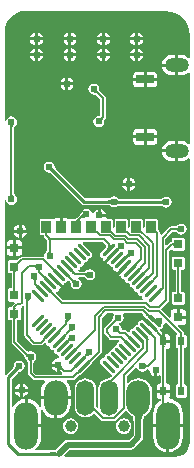
<source format=gtl>
G04 Layer_Physical_Order=1*
G04 Layer_Color=255*
%FSLAX25Y25*%
%MOIN*%
G70*
G01*
G75*
%ADD10R,0.03150X0.03150*%
G04:AMPARAMS|DCode=11|XSize=59.05mil|YSize=11.81mil|CornerRadius=0mil|HoleSize=0mil|Usage=FLASHONLY|Rotation=45.000|XOffset=0mil|YOffset=0mil|HoleType=Round|Shape=Round|*
%AMOVALD11*
21,1,0.04724,0.01181,0.00000,0.00000,45.0*
1,1,0.01181,-0.01670,-0.01670*
1,1,0.01181,0.01670,0.01670*
%
%ADD11OVALD11*%

G04:AMPARAMS|DCode=12|XSize=59.05mil|YSize=11.81mil|CornerRadius=0mil|HoleSize=0mil|Usage=FLASHONLY|Rotation=135.000|XOffset=0mil|YOffset=0mil|HoleType=Round|Shape=Round|*
%AMOVALD12*
21,1,0.04724,0.01181,0.00000,0.00000,135.0*
1,1,0.01181,0.01670,-0.01670*
1,1,0.01181,-0.01670,0.01670*
%
%ADD12OVALD12*%

%ADD13R,0.03201X0.03937*%
%ADD14R,0.02362X0.03150*%
%ADD15C,0.00600*%
%ADD16C,0.01000*%
%ADD17C,0.02000*%
%ADD18O,0.07874X0.04724*%
%ADD19R,0.05905X0.03150*%
%ADD20O,0.05905X0.11811*%
%ADD21O,0.07874X0.11811*%
%ADD22O,0.07874X0.15748*%
%ADD23C,0.02400*%
%ADD24C,0.03937*%
G36*
X51615Y62437D02*
X51546Y62366D01*
X51426Y62217D01*
X51373Y62141D01*
X51327Y62063D01*
X51285Y61983D01*
X51249Y61902D01*
X51218Y61819D01*
X51193Y61735D01*
X51173Y61649D01*
X50402Y62420D01*
X50488Y62440D01*
X50572Y62465D01*
X50655Y62496D01*
X50736Y62532D01*
X50816Y62573D01*
X50894Y62620D01*
X50970Y62673D01*
X51045Y62730D01*
X51119Y62793D01*
X51191Y62862D01*
X51615Y62437D01*
D02*
G37*
G36*
X16174Y62794D02*
X16323Y62673D01*
X16399Y62621D01*
X16477Y62574D01*
X16557Y62533D01*
X16638Y62497D01*
X16721Y62466D01*
X16805Y62441D01*
X16890Y62421D01*
X16120Y61650D01*
X16100Y61736D01*
X16074Y61820D01*
X16044Y61903D01*
X16008Y61984D01*
X15966Y62063D01*
X15919Y62142D01*
X15867Y62218D01*
X15810Y62293D01*
X15746Y62366D01*
X15678Y62438D01*
X16102Y62863D01*
X16174Y62794D01*
D02*
G37*
G36*
X13889Y61639D02*
X13730Y61406D01*
X13665Y61294D01*
X13610Y61185D01*
X13566Y61078D01*
X13531Y60974D01*
X13506Y60873D01*
X13491Y60774D01*
X13486Y60679D01*
X12886Y60609D01*
X12880Y60712D01*
X12863Y60813D01*
X12835Y60912D01*
X12795Y61011D01*
X12743Y61108D01*
X12680Y61203D01*
X12606Y61298D01*
X12519Y61391D01*
X12422Y61482D01*
X12313Y61573D01*
X13983Y61759D01*
X13889Y61639D01*
D02*
G37*
G36*
X36905Y72998D02*
Y72562D01*
X36873Y72490D01*
X36870Y72387D01*
X36865Y72310D01*
X36855Y72242D01*
X36844Y72185D01*
X36831Y72138D01*
X36817Y72101D01*
X36804Y72073D01*
X36792Y72052D01*
X36781Y72037D01*
X36748Y72000D01*
X36738Y71973D01*
X35294Y70528D01*
X35030Y70135D01*
X34938Y69670D01*
X35030Y69206D01*
X35294Y68812D01*
X35687Y68549D01*
X35965Y68493D01*
X35923Y68278D01*
X36046Y67658D01*
X36114Y67556D01*
X38861Y70302D01*
X39568Y69595D01*
X36821Y66848D01*
X36924Y66780D01*
X37544Y66657D01*
X37759Y66699D01*
X37814Y66422D01*
X38077Y66028D01*
X38471Y65765D01*
X38936Y65672D01*
X38936Y65673D01*
X39114Y65495D01*
X39207Y65030D01*
X39470Y64636D01*
X39864Y64373D01*
X40141Y64318D01*
X40098Y64102D01*
X40222Y63482D01*
X40290Y63380D01*
X43036Y66126D01*
X43744Y65419D01*
X40997Y62672D01*
X41099Y62604D01*
X41720Y62481D01*
X41935Y62524D01*
X41990Y62246D01*
X42254Y61853D01*
X42647Y61589D01*
X42827Y61554D01*
X43172Y61378D01*
X43346Y61034D01*
X43382Y60854D01*
X43645Y60460D01*
X44039Y60197D01*
X44504Y60105D01*
X44739Y59642D01*
X44774Y59462D01*
X45037Y59069D01*
X45431Y58805D01*
X45611Y58770D01*
X45956Y58594D01*
X46130Y58250D01*
X46166Y58070D01*
X46429Y57676D01*
X46823Y57413D01*
X47287Y57321D01*
X47523Y56858D01*
X47558Y56678D01*
X47822Y56284D01*
X48215Y56021D01*
X48394Y55986D01*
X48740Y55810D01*
X48914Y55466D01*
X48950Y55286D01*
X49196Y54918D01*
X49167Y54776D01*
X49023Y54418D01*
X22636D01*
X20203Y56851D01*
X20262Y57227D01*
X20289Y57271D01*
X20406Y57401D01*
X20470Y57414D01*
X20864Y57677D01*
X21127Y58071D01*
X21182Y58348D01*
X21398Y58305D01*
X22018Y58429D01*
X22120Y58497D01*
X19374Y61244D01*
X20081Y61951D01*
X22828Y59204D01*
X22896Y59306D01*
X23019Y59927D01*
X22976Y60143D01*
X23254Y60198D01*
X23648Y60461D01*
X23911Y60855D01*
X23923Y60918D01*
X24055Y61037D01*
X24093Y61060D01*
X24473Y61121D01*
X24912Y60682D01*
X24936Y60614D01*
X24979Y60567D01*
X25001Y60537D01*
X25024Y60498D01*
X25047Y60449D01*
X25071Y60388D01*
X25093Y60315D01*
X25111Y60238D01*
X25145Y60014D01*
X25154Y59887D01*
X25209Y59779D01*
X25304Y59298D01*
X25702Y58702D01*
X26298Y58304D01*
X27000Y58165D01*
X27702Y58304D01*
X28298Y58702D01*
X28696Y59298D01*
X28835Y60000D01*
X28696Y60702D01*
X28298Y61298D01*
X27722Y61682D01*
X27715Y61720D01*
X27841Y62182D01*
X29484D01*
X29541Y62153D01*
X29551Y62156D01*
X29561Y62152D01*
X29626Y62148D01*
X29657Y62143D01*
X29690Y62133D01*
X29728Y62118D01*
X29772Y62095D01*
X29822Y62063D01*
X29879Y62020D01*
X29940Y61966D01*
X30006Y61899D01*
X30088Y61806D01*
X30155Y61773D01*
X30202Y61702D01*
X30798Y61304D01*
X31500Y61165D01*
X32202Y61304D01*
X32798Y61702D01*
X33196Y62298D01*
X33335Y63000D01*
X33196Y63702D01*
X32798Y64298D01*
X32202Y64696D01*
X31500Y64835D01*
X30798Y64696D01*
X30433Y64452D01*
X30313Y64418D01*
X30100Y64249D01*
X30022Y64197D01*
X29945Y64150D01*
X29876Y64114D01*
X29814Y64087D01*
X29760Y64069D01*
X29715Y64058D01*
X29679Y64052D01*
X29615Y64049D01*
X29550Y64018D01*
X27798D01*
X27646Y64518D01*
X27824Y64636D01*
X28087Y65030D01*
X28179Y65495D01*
X28642Y65730D01*
X28822Y65766D01*
X29215Y66029D01*
X29478Y66422D01*
X29514Y66602D01*
X29690Y66947D01*
X30034Y67121D01*
X30214Y67157D01*
X30608Y67420D01*
X30871Y67814D01*
X30963Y68278D01*
X31426Y68514D01*
X31605Y68549D01*
X31999Y68813D01*
X32263Y69206D01*
X32355Y69671D01*
X32263Y70135D01*
X31999Y70529D01*
X29146Y73382D01*
X29353Y73882D01*
X36020D01*
X36905Y72998D01*
D02*
G37*
G36*
X50223Y63830D02*
X50155Y63758D01*
X50034Y63610D01*
X49982Y63533D01*
X49935Y63455D01*
X49893Y63375D01*
X49857Y63294D01*
X49827Y63212D01*
X49801Y63127D01*
X49782Y63042D01*
X49011Y63812D01*
X49097Y63832D01*
X49181Y63858D01*
X49263Y63888D01*
X49344Y63924D01*
X49424Y63966D01*
X49502Y64013D01*
X49579Y64065D01*
X49654Y64123D01*
X49727Y64186D01*
X49799Y64254D01*
X50223Y63830D01*
D02*
G37*
G36*
X26138Y64243D02*
X26163Y64159D01*
X26194Y64076D01*
X26230Y63995D01*
X26272Y63915D01*
X26318Y63837D01*
X26371Y63761D01*
X26428Y63686D01*
X26491Y63613D01*
X26560Y63541D01*
X26136Y63116D01*
X26064Y63185D01*
X25915Y63305D01*
X25839Y63358D01*
X25761Y63405D01*
X25681Y63446D01*
X25600Y63482D01*
X25517Y63513D01*
X25433Y63538D01*
X25348Y63558D01*
X26118Y64329D01*
X26138Y64243D01*
D02*
G37*
G36*
X24746Y62851D02*
X24772Y62767D01*
X24802Y62684D01*
X24838Y62603D01*
X24880Y62523D01*
X24927Y62445D01*
X24979Y62369D01*
X25037Y62294D01*
X25100Y62220D01*
X25168Y62148D01*
X24744Y61724D01*
X24672Y61793D01*
X24524Y61913D01*
X24447Y61966D01*
X24369Y62012D01*
X24290Y62054D01*
X24208Y62090D01*
X24126Y62121D01*
X24042Y62146D01*
X23956Y62166D01*
X24726Y62937D01*
X24746Y62851D01*
D02*
G37*
G36*
X30576Y62234D02*
X30482Y62342D01*
X30387Y62438D01*
X30291Y62523D01*
X30194Y62596D01*
X30097Y62659D01*
X29998Y62709D01*
X29899Y62749D01*
X29799Y62777D01*
X29699Y62794D01*
X29597Y62800D01*
X29649Y63400D01*
X29745Y63405D01*
X29844Y63420D01*
X29945Y63446D01*
X30049Y63481D01*
X30154Y63527D01*
X30262Y63583D01*
X30373Y63649D01*
X30485Y63725D01*
X30716Y63908D01*
X30576Y62234D01*
D02*
G37*
G36*
X53007Y61046D02*
X52939Y60974D01*
X52818Y60826D01*
X52766Y60749D01*
X52719Y60671D01*
X52677Y60591D01*
X52641Y60510D01*
X52611Y60428D01*
X52585Y60343D01*
X52565Y60258D01*
X51795Y61028D01*
X51881Y61048D01*
X51965Y61074D01*
X52047Y61104D01*
X52128Y61140D01*
X52208Y61182D01*
X52286Y61229D01*
X52363Y61281D01*
X52438Y61339D01*
X52511Y61402D01*
X52583Y61470D01*
X53007Y61046D01*
D02*
G37*
G36*
X11505Y54757D02*
X11390Y54695D01*
X11287Y54628D01*
X11197Y54556D01*
X11118Y54479D01*
X11051Y54398D01*
X10997Y54311D01*
X10954Y54220D01*
X10924Y54123D01*
X10906Y54022D01*
X10900Y53916D01*
X10300Y54121D01*
X10296Y54206D01*
X10284Y54298D01*
X10265Y54396D01*
X10238Y54502D01*
X10159Y54734D01*
X10108Y54860D01*
X9909Y55282D01*
X11505Y54757D01*
D02*
G37*
G36*
X19179Y57283D02*
X19204Y57199D01*
X19234Y57116D01*
X19271Y57035D01*
X19312Y56955D01*
X19359Y56877D01*
X19411Y56801D01*
X19469Y56726D01*
X19532Y56652D01*
X19600Y56581D01*
X19176Y56156D01*
X19104Y56225D01*
X18956Y56345D01*
X18879Y56398D01*
X18801Y56445D01*
X18722Y56486D01*
X18641Y56522D01*
X18558Y56553D01*
X18474Y56578D01*
X18388Y56598D01*
X19159Y57369D01*
X19179Y57283D01*
D02*
G37*
G36*
X50700Y50049D02*
X50885Y49897D01*
X50965Y49846D01*
X51037Y49811D01*
X51101Y49793D01*
X51156Y49792D01*
X51203Y49807D01*
X51242Y49839D01*
X51272Y49888D01*
X50918Y49122D01*
X50918Y49095D01*
X50903Y49086D01*
X50873Y49094D01*
X50829Y49119D01*
X50770Y49163D01*
X50696Y49224D01*
X50386Y49512D01*
X50253Y49643D01*
X50595Y50150D01*
X50700Y50049D01*
D02*
G37*
G36*
X6703Y52046D02*
X6712Y51942D01*
X6727Y51850D01*
X6748Y51771D01*
X6775Y51704D01*
X6808Y51648D01*
X6847Y51606D01*
X6892Y51575D01*
X6943Y51557D01*
X7000Y51551D01*
X5800D01*
X5857Y51557D01*
X5908Y51575D01*
X5953Y51606D01*
X5992Y51648D01*
X6025Y51704D01*
X6052Y51771D01*
X6073Y51850D01*
X6088Y51942D01*
X6097Y52046D01*
X6100Y52163D01*
X6700D01*
X6703Y52046D01*
D02*
G37*
G36*
X13474Y59924D02*
X13710Y59718D01*
X13752Y59689D01*
X13787Y59669D01*
X13816Y59658D01*
X13838Y59657D01*
X13853Y59664D01*
X13308Y59119D01*
X13316Y59135D01*
X13314Y59157D01*
X13304Y59186D01*
X13284Y59221D01*
X13255Y59263D01*
X13217Y59312D01*
X13114Y59430D01*
X12974Y59574D01*
X13398Y59999D01*
X13474Y59924D01*
D02*
G37*
G36*
X25891Y61433D02*
X25974Y61374D01*
X26065Y61323D01*
X26163Y61280D01*
X26269Y61246D01*
X26382Y61219D01*
X26503Y61201D01*
X26632Y61191D01*
X26768Y61190D01*
X26912Y61197D01*
X25802Y59936D01*
X25790Y60086D01*
X25750Y60360D01*
X25721Y60484D01*
X25685Y60600D01*
X25644Y60707D01*
X25597Y60805D01*
X25543Y60895D01*
X25484Y60976D01*
X25419Y61049D01*
X25815Y61501D01*
X25891Y61433D01*
D02*
G37*
G36*
X55791Y58262D02*
X55722Y58190D01*
X55602Y58042D01*
X55550Y57965D01*
X55503Y57887D01*
X55461Y57808D01*
X55425Y57727D01*
X55394Y57644D01*
X55369Y57560D01*
X55349Y57474D01*
X54579Y58245D01*
X54664Y58264D01*
X54748Y58290D01*
X54831Y58320D01*
X54912Y58357D01*
X54992Y58398D01*
X55070Y58445D01*
X55146Y58497D01*
X55221Y58555D01*
X55295Y58618D01*
X55367Y58686D01*
X55791Y58262D01*
D02*
G37*
G36*
X6703Y58346D02*
X6712Y58241D01*
X6727Y58150D01*
X6748Y58070D01*
X6775Y58003D01*
X6808Y57948D01*
X6847Y57905D01*
X6892Y57874D01*
X6943Y57856D01*
X7000Y57850D01*
X5800D01*
X5857Y57856D01*
X5908Y57874D01*
X5953Y57905D01*
X5992Y57948D01*
X6025Y58003D01*
X6052Y58070D01*
X6073Y58150D01*
X6088Y58241D01*
X6097Y58346D01*
X6100Y58462D01*
X6700D01*
X6703Y58346D01*
D02*
G37*
G36*
X18100Y75000D02*
X17800Y74276D01*
X17796Y74394D01*
X17783Y74509D01*
X17762Y74620D01*
X17732Y74728D01*
X17694Y74832D01*
X17647Y74932D01*
X17592Y75030D01*
X17528Y75123D01*
X17456Y75213D01*
X17376Y75300D01*
X18100Y75000D01*
D02*
G37*
G36*
X17543Y77039D02*
X17492Y77021D01*
X17447Y76990D01*
X17408Y76948D01*
X17375Y76894D01*
X17348Y76828D01*
X17327Y76750D01*
X17312Y76661D01*
X17303Y76559D01*
X17300Y76445D01*
X16700D01*
X16697Y76559D01*
X16688Y76661D01*
X16673Y76750D01*
X16652Y76828D01*
X16625Y76894D01*
X16592Y76948D01*
X16553Y76990D01*
X16508Y77021D01*
X16457Y77039D01*
X16400Y77044D01*
X17600D01*
X17543Y77039D01*
D02*
G37*
G36*
X38125Y72961D02*
X38135Y72865D01*
X38150Y72788D01*
X38172Y72729D01*
X38199Y72689D01*
X38233Y72667D01*
X38273Y72664D01*
X38320Y72680D01*
X38372Y72714D01*
X38431Y72766D01*
X37231Y71566D01*
X37286Y71628D01*
X37336Y71696D01*
X37379Y71770D01*
X37417Y71851D01*
X37449Y71939D01*
X37476Y72033D01*
X37496Y72134D01*
X37510Y72241D01*
X37519Y72355D01*
X37522Y72475D01*
X38122Y73075D01*
X38125Y72961D01*
D02*
G37*
G36*
X59450Y72550D02*
X59444Y72607D01*
X59426Y72658D01*
X59395Y72703D01*
X59352Y72742D01*
X59297Y72775D01*
X59230Y72802D01*
X59150Y72823D01*
X59058Y72838D01*
X58955Y72847D01*
X58838Y72850D01*
Y73450D01*
X58955Y73453D01*
X59058Y73462D01*
X59150Y73477D01*
X59230Y73498D01*
X59297Y73525D01*
X59352Y73558D01*
X59395Y73597D01*
X59426Y73642D01*
X59444Y73693D01*
X59450Y73750D01*
Y72550D01*
D02*
G37*
G36*
X53561Y78179D02*
X53559Y78114D01*
X53570Y78045D01*
X53594Y77970D01*
X53631Y77890D01*
X53681Y77805D01*
X53745Y77715D01*
X53821Y77619D01*
X54012Y77413D01*
X53788Y76788D01*
X53682Y76890D01*
X53497Y77043D01*
X53418Y77095D01*
X53348Y77131D01*
X53287Y77149D01*
X53234Y77151D01*
X53191Y77136D01*
X53156Y77105D01*
X53130Y77056D01*
X53575Y78238D01*
X53561Y78179D01*
D02*
G37*
G36*
X61143Y77360D02*
X61037Y77463D01*
X60829Y77635D01*
X60725Y77706D01*
X60622Y77765D01*
X60520Y77814D01*
X60418Y77851D01*
X60318Y77878D01*
X60218Y77895D01*
X60118Y77900D01*
Y78500D01*
X60218Y78505D01*
X60318Y78522D01*
X60418Y78549D01*
X60520Y78586D01*
X60622Y78635D01*
X60725Y78694D01*
X60829Y78765D01*
X60933Y78846D01*
X61037Y78937D01*
X61143Y79040D01*
Y77360D01*
D02*
G37*
G36*
X33559Y78199D02*
X33556Y78132D01*
X33566Y78060D01*
X33590Y77983D01*
X33627Y77901D01*
X33677Y77813D01*
X33741Y77721D01*
X33818Y77623D01*
X33908Y77520D01*
X34012Y77413D01*
X33955Y76620D01*
X33815Y76757D01*
X33571Y76967D01*
X33468Y77042D01*
X33377Y77096D01*
X33298Y77129D01*
X33232Y77142D01*
X33178Y77134D01*
X33136Y77106D01*
X33107Y77056D01*
X33575Y78261D01*
X33559Y78199D01*
D02*
G37*
G36*
X48559D02*
X48556Y78132D01*
X48566Y78060D01*
X48590Y77983D01*
X48627Y77901D01*
X48677Y77813D01*
X48741Y77721D01*
X48818Y77623D01*
X48908Y77520D01*
X49012Y77413D01*
X48956Y76620D01*
X48815Y76757D01*
X48571Y76967D01*
X48468Y77042D01*
X48377Y77096D01*
X48298Y77129D01*
X48232Y77142D01*
X48178Y77134D01*
X48136Y77106D01*
X48107Y77056D01*
X48575Y78261D01*
X48559Y78199D01*
D02*
G37*
G36*
X18405Y70982D02*
X18422Y70882D01*
X18449Y70781D01*
X18486Y70680D01*
X18535Y70578D01*
X18594Y70475D01*
X18665Y70372D01*
X18746Y70267D01*
X18837Y70162D01*
X18940Y70057D01*
X17260D01*
X17363Y70162D01*
X17535Y70372D01*
X17606Y70475D01*
X17665Y70578D01*
X17714Y70680D01*
X17751Y70781D01*
X17778Y70882D01*
X17795Y70982D01*
X17800Y71082D01*
X18400D01*
X18405Y70982D01*
D02*
G37*
G36*
X48831Y65222D02*
X48762Y65150D01*
X48642Y65001D01*
X48589Y64925D01*
X48542Y64847D01*
X48501Y64767D01*
X48465Y64686D01*
X48434Y64603D01*
X48409Y64519D01*
X48389Y64433D01*
X47618Y65204D01*
X47704Y65224D01*
X47788Y65249D01*
X47871Y65280D01*
X47952Y65316D01*
X48032Y65358D01*
X48110Y65404D01*
X48186Y65457D01*
X48261Y65514D01*
X48335Y65577D01*
X48406Y65646D01*
X48831Y65222D01*
D02*
G37*
G36*
X18958Y65578D02*
X19106Y65457D01*
X19183Y65405D01*
X19261Y65358D01*
X19341Y65317D01*
X19422Y65281D01*
X19504Y65250D01*
X19589Y65225D01*
X19674Y65205D01*
X18903Y64434D01*
X18884Y64520D01*
X18858Y64604D01*
X18828Y64687D01*
X18791Y64768D01*
X18750Y64847D01*
X18703Y64925D01*
X18651Y65002D01*
X18593Y65077D01*
X18530Y65150D01*
X18462Y65222D01*
X18886Y65647D01*
X18958Y65578D01*
D02*
G37*
G36*
X6943Y64083D02*
X6892Y64065D01*
X6847Y64035D01*
X6808Y63993D01*
X6775Y63939D01*
X6748Y63873D01*
X6727Y63795D01*
X6712Y63705D01*
X6703Y63603D01*
X6700Y63489D01*
X6100D01*
X6097Y63603D01*
X6088Y63705D01*
X6073Y63795D01*
X6052Y63873D01*
X6025Y63939D01*
X5992Y63993D01*
X5953Y64035D01*
X5908Y64065D01*
X5857Y64083D01*
X5800Y64089D01*
X7000D01*
X6943Y64083D01*
D02*
G37*
G36*
X14997Y64363D02*
X14976Y64344D01*
X14958Y64318D01*
X14943Y64285D01*
X14930Y64245D01*
X14919Y64198D01*
X14911Y64144D01*
X14905Y64083D01*
X14900Y63941D01*
X14300D01*
X14299Y64015D01*
X14289Y64144D01*
X14281Y64198D01*
X14270Y64245D01*
X14257Y64285D01*
X14242Y64318D01*
X14224Y64344D01*
X14203Y64363D01*
X14181Y64376D01*
X15019D01*
X14997Y64363D01*
D02*
G37*
G36*
X8386Y67212D02*
X8266Y67088D01*
X8077Y66866D01*
X8008Y66768D01*
X7956Y66679D01*
X7921Y66598D01*
X7903Y66527D01*
X7901Y66464D01*
X7917Y66409D01*
X7950Y66364D01*
X7113Y67200D01*
X7159Y67168D01*
X7213Y67152D01*
X7276Y67153D01*
X7348Y67171D01*
X7429Y67206D01*
X7518Y67258D01*
X7616Y67327D01*
X7722Y67414D01*
X7962Y67637D01*
X8386Y67212D01*
D02*
G37*
G36*
X45037Y68974D02*
X44895Y68985D01*
X44761Y68988D01*
X44634Y68982D01*
X44514Y68967D01*
X44401Y68942D01*
X44313Y68915D01*
X44290Y68862D01*
X44259Y68779D01*
X44234Y68695D01*
X44214Y68610D01*
X44048Y68775D01*
X44024Y68758D01*
X43948Y68690D01*
X43567Y69158D01*
X43613Y69210D01*
X43443Y69380D01*
X43529Y69400D01*
X43613Y69425D01*
X43696Y69456D01*
X43777Y69492D01*
X43794Y69501D01*
X43836Y69604D01*
X43874Y69720D01*
X43906Y69845D01*
X43933Y69979D01*
X43971Y70273D01*
X45037Y68974D01*
D02*
G37*
G36*
X13471Y65093D02*
X13424Y65209D01*
X13370Y65312D01*
X13310Y65403D01*
X13242Y65482D01*
X13168Y65548D01*
X13087Y65603D01*
X13000Y65645D01*
X12906Y65676D01*
X12805Y65694D01*
X12697Y65700D01*
X12986Y66300D01*
X13064Y66303D01*
X13152Y66313D01*
X13248Y66329D01*
X13465Y66379D01*
X13717Y66455D01*
X14160Y66616D01*
X13471Y65093D01*
D02*
G37*
G36*
X47439Y66614D02*
X47371Y66542D01*
X47250Y66394D01*
X47198Y66317D01*
X47151Y66239D01*
X47109Y66159D01*
X47073Y66078D01*
X47043Y65996D01*
X47017Y65912D01*
X46997Y65826D01*
X46227Y66597D01*
X46312Y66616D01*
X46397Y66642D01*
X46479Y66672D01*
X46560Y66708D01*
X46640Y66750D01*
X46718Y66797D01*
X46795Y66849D01*
X46870Y66907D01*
X46943Y66970D01*
X47015Y67038D01*
X47439Y66614D01*
D02*
G37*
G36*
X12537Y34738D02*
X12365Y34528D01*
X12294Y34425D01*
X12235Y34322D01*
X12186Y34220D01*
X12149Y34119D01*
X12122Y34018D01*
X12105Y33918D01*
X12100Y33818D01*
X11500D01*
X11495Y33918D01*
X11478Y34018D01*
X11451Y34119D01*
X11414Y34220D01*
X11365Y34322D01*
X11306Y34425D01*
X11235Y34528D01*
X11154Y34633D01*
X11063Y34738D01*
X10960Y34843D01*
X12640D01*
X12537Y34738D01*
D02*
G37*
G36*
X9682Y52478D02*
Y42800D01*
X9752Y42449D01*
X9951Y42151D01*
X12351Y39751D01*
X12649Y39552D01*
X13000Y39482D01*
X15233D01*
X15584Y39552D01*
X15882Y39751D01*
X16372Y40241D01*
X16754Y40180D01*
X16791Y40157D01*
X16922Y40039D01*
X16935Y39975D01*
X17198Y39581D01*
X17592Y39318D01*
X17771Y39283D01*
X18235Y39048D01*
X18327Y38584D01*
X18590Y38190D01*
X18984Y37927D01*
X19448Y37834D01*
X19626Y37656D01*
X19626Y37656D01*
X19719Y37191D01*
X19982Y36797D01*
X20376Y36534D01*
X20555Y36498D01*
X20900Y36324D01*
X21075Y35979D01*
X21111Y35800D01*
X21279Y35548D01*
X21014Y35091D01*
X21000Y35094D01*
X20142Y34923D01*
X19414Y34437D01*
X18928Y33709D01*
X18856Y33350D01*
X21000D01*
Y32850D01*
X21500D01*
Y32138D01*
X22200Y32838D01*
X22202Y32691D01*
X22228Y32421D01*
X22251Y32298D01*
X22282Y32184D01*
X22320Y32077D01*
X22365Y31979D01*
X22417Y31888D01*
X22476Y31806D01*
X22543Y31732D01*
X22119Y31308D01*
X22044Y31374D01*
X21962Y31433D01*
X21872Y31486D01*
X21773Y31531D01*
X21667Y31569D01*
X21552Y31599D01*
X21500Y31609D01*
Y30707D01*
X21789Y30764D01*
X22329Y30223D01*
X22271Y29936D01*
X22142Y29723D01*
X13575D01*
X12718Y30580D01*
Y33718D01*
X12749Y33783D01*
X12752Y33848D01*
X12757Y33881D01*
X12768Y33921D01*
X12785Y33967D01*
X12810Y34020D01*
X12845Y34080D01*
X12885Y34138D01*
X13021Y34304D01*
X13106Y34390D01*
X13129Y34449D01*
X13496Y34998D01*
X13635Y35700D01*
X13496Y36402D01*
X13098Y36998D01*
X12502Y37396D01*
X11800Y37535D01*
X11252Y37426D01*
X11153Y37432D01*
X11058Y37399D01*
X10999Y37385D01*
X10954Y37378D01*
X10921Y37377D01*
X10899Y37378D01*
X10884Y37382D01*
X10872Y37386D01*
X10859Y37393D01*
X10842Y37405D01*
X10791Y37450D01*
X10725Y37473D01*
X7318Y40880D01*
Y47751D01*
X7329Y47777D01*
X7975D01*
X8434Y47967D01*
X8624Y48426D01*
Y51576D01*
X8532Y51799D01*
X8749Y52346D01*
X8762Y52360D01*
X9049Y52551D01*
X9182Y52685D01*
X9682Y52478D01*
D02*
G37*
G36*
X49951Y33312D02*
X50178Y33149D01*
X50288Y33083D01*
X50396Y33027D01*
X50501Y32981D01*
X50604Y32946D01*
X50706Y32920D01*
X50805Y32905D01*
X50901Y32900D01*
X50953Y32300D01*
X50852Y32294D01*
X50751Y32277D01*
X50651Y32249D01*
X50551Y32210D01*
X50453Y32159D01*
X50356Y32096D01*
X50259Y32023D01*
X50163Y31938D01*
X50068Y31842D01*
X49974Y31734D01*
X49834Y33408D01*
X49951Y33312D01*
D02*
G37*
G36*
X32127Y34600D02*
X32059Y34528D01*
X31938Y34379D01*
X31886Y34303D01*
X31839Y34225D01*
X31798Y34145D01*
X31762Y34064D01*
X31731Y33981D01*
X31706Y33897D01*
X31686Y33811D01*
X30915Y34582D01*
X31001Y34602D01*
X31085Y34627D01*
X31168Y34658D01*
X31249Y34694D01*
X31328Y34736D01*
X31406Y34782D01*
X31483Y34835D01*
X31558Y34892D01*
X31631Y34955D01*
X31703Y35024D01*
X32127Y34600D01*
D02*
G37*
G36*
X27951Y38775D02*
X27883Y38703D01*
X27762Y38555D01*
X27710Y38478D01*
X27663Y38400D01*
X27622Y38320D01*
X27586Y38239D01*
X27555Y38157D01*
X27530Y38072D01*
X27510Y37987D01*
X26739Y38758D01*
X26825Y38777D01*
X26909Y38803D01*
X26992Y38833D01*
X27073Y38870D01*
X27152Y38911D01*
X27230Y38958D01*
X27307Y39010D01*
X27382Y39068D01*
X27455Y39131D01*
X27527Y39199D01*
X27951Y38775D01*
D02*
G37*
G36*
X56590Y39200D02*
X56539Y39182D01*
X56494Y39152D01*
X56455Y39110D01*
X56422Y39056D01*
X56395Y38990D01*
X56374Y38912D01*
X56359Y38822D01*
X56350Y38720D01*
X56347Y38606D01*
X55747D01*
X55744Y38720D01*
X55735Y38822D01*
X55720Y38912D01*
X55699Y38990D01*
X55672Y39056D01*
X55639Y39110D01*
X55600Y39152D01*
X55555Y39182D01*
X55504Y39200D01*
X55447Y39206D01*
X56647D01*
X56590Y39200D01*
D02*
G37*
G36*
X10439Y36894D02*
X10523Y36835D01*
X10612Y36789D01*
X10706Y36756D01*
X10804Y36735D01*
X10907Y36726D01*
X11015Y36730D01*
X11127Y36747D01*
X11243Y36776D01*
X11365Y36818D01*
X10673Y35287D01*
X10614Y35444D01*
X10381Y35965D01*
X10324Y36069D01*
X10212Y36243D01*
X10157Y36314D01*
X10102Y36373D01*
X10359Y36965D01*
X10439Y36894D01*
D02*
G37*
G36*
X31288Y36100D02*
X31141Y36098D01*
X30871Y36072D01*
X30748Y36049D01*
X30633Y36018D01*
X30527Y35980D01*
X30428Y35935D01*
X30360Y35896D01*
X30308Y35816D01*
X30268Y35739D01*
X30244Y35670D01*
X30238Y35610D01*
X30248Y35557D01*
X30274Y35513D01*
X30317Y35477D01*
X29523Y35974D01*
X29533Y35979D01*
X29552Y35993D01*
X29578Y36015D01*
X29762Y36188D01*
X29773Y36199D01*
X29824Y36256D01*
X29883Y36338D01*
X29935Y36428D01*
X29980Y36527D01*
X30018Y36633D01*
X30049Y36748D01*
X30072Y36871D01*
X30089Y37002D01*
X30098Y37141D01*
X30100Y37288D01*
X31288Y36100D01*
D02*
G37*
G36*
X26634Y31543D02*
X26548Y31523D01*
X26464Y31498D01*
X26381Y31467D01*
X26300Y31431D01*
X26220Y31390D01*
X26142Y31343D01*
X26066Y31291D01*
X25991Y31233D01*
X25917Y31170D01*
X25845Y31101D01*
X25421Y31526D01*
X25490Y31598D01*
X25610Y31746D01*
X25663Y31822D01*
X25709Y31901D01*
X25751Y31980D01*
X25787Y32061D01*
X25818Y32144D01*
X25843Y32228D01*
X25863Y32314D01*
X26634Y31543D01*
D02*
G37*
G36*
X32926Y18927D02*
X32926Y18857D01*
X32937Y18784D01*
X32959Y18708D01*
X32994Y18628D01*
X33039Y18545D01*
X33096Y18459D01*
X33165Y18370D01*
X33244Y18278D01*
X33336Y18182D01*
X33160Y17510D01*
X33066Y17600D01*
X32980Y17673D01*
X32902Y17729D01*
X32832Y17769D01*
X32770Y17792D01*
X32716Y17799D01*
X32670Y17789D01*
X32632Y17763D01*
X32602Y17720D01*
X32580Y17661D01*
X32938Y18994D01*
X32926Y18927D01*
D02*
G37*
G36*
X56350Y26278D02*
X56359Y26174D01*
X56374Y26082D01*
X56395Y26002D01*
X56422Y25935D01*
X56455Y25880D01*
X56494Y25837D01*
X56539Y25807D01*
X56590Y25788D01*
X56647Y25782D01*
X55447D01*
X55504Y25788D01*
X55555Y25807D01*
X55600Y25837D01*
X55639Y25880D01*
X55672Y25935D01*
X55699Y26002D01*
X55720Y26082D01*
X55735Y26174D01*
X55744Y26278D01*
X55747Y26394D01*
X56347D01*
X56350Y26278D01*
D02*
G37*
G36*
X20393Y2592D02*
X20334Y2632D01*
X20241Y2667D01*
X20112Y2698D01*
X19948Y2725D01*
X19516Y2767D01*
X18607Y2798D01*
X18234Y2800D01*
Y3800D01*
X18607Y3802D01*
X20112Y3902D01*
X20241Y3933D01*
X20334Y3968D01*
X20393Y4008D01*
Y2592D01*
D02*
G37*
G36*
X49522Y16636D02*
X49353Y16564D01*
X49204Y16442D01*
X49075Y16272D01*
X48965Y16054D01*
X48876Y15787D01*
X48806Y15471D01*
X48756Y15107D01*
X48726Y14694D01*
X48717Y14233D01*
X46717D01*
X46707Y14694D01*
X46627Y15471D01*
X46558Y15787D01*
X46468Y16054D01*
X46359Y16272D01*
X46229Y16442D01*
X46080Y16564D01*
X45911Y16636D01*
X45722Y16661D01*
X49711D01*
X49522Y16636D01*
D02*
G37*
G36*
X28026Y30151D02*
X27940Y30132D01*
X27856Y30106D01*
X27773Y30076D01*
X27692Y30040D01*
X27613Y29998D01*
X27535Y29951D01*
X27458Y29899D01*
X27383Y29841D01*
X27310Y29778D01*
X27238Y29710D01*
X26814Y30134D01*
X26882Y30206D01*
X27003Y30354D01*
X27055Y30431D01*
X27102Y30509D01*
X27143Y30588D01*
X27179Y30670D01*
X27210Y30752D01*
X27235Y30836D01*
X27255Y30922D01*
X28026Y30151D01*
D02*
G37*
G36*
X7988Y31300D02*
X7893Y31297D01*
X7799Y31284D01*
X7706Y31263D01*
X7613Y31233D01*
X7521Y31194D01*
X7430Y31146D01*
X7340Y31089D01*
X7250Y31024D01*
X7161Y30949D01*
X7073Y30866D01*
X6366Y31573D01*
X6449Y31661D01*
X6524Y31750D01*
X6589Y31840D01*
X6646Y31930D01*
X6694Y32021D01*
X6733Y32113D01*
X6763Y32206D01*
X6784Y32299D01*
X6797Y32393D01*
X6800Y32488D01*
X7988Y31300D01*
D02*
G37*
G36*
X62256Y26278D02*
X62265Y26174D01*
X62280Y26082D01*
X62301Y26002D01*
X62328Y25935D01*
X62361Y25880D01*
X62400Y25837D01*
X62445Y25807D01*
X62496Y25788D01*
X62553Y25782D01*
X61353D01*
X61410Y25788D01*
X61461Y25807D01*
X61506Y25837D01*
X61545Y25880D01*
X61578Y25935D01*
X61605Y26002D01*
X61626Y26082D01*
X61641Y26174D01*
X61650Y26278D01*
X61653Y26394D01*
X62253D01*
X62256Y26278D01*
D02*
G37*
G36*
X39434Y28105D02*
X39347Y28014D01*
X39277Y27931D01*
X39223Y27856D01*
X39185Y27789D01*
X39163Y27729D01*
X39157Y27676D01*
X39166Y27632D01*
X39192Y27595D01*
X39234Y27565D01*
X39292Y27543D01*
X37957Y27912D01*
X38027Y27898D01*
X38099Y27896D01*
X38173Y27906D01*
X38250Y27926D01*
X38330Y27958D01*
X38412Y28001D01*
X38497Y28056D01*
X38584Y28121D01*
X38674Y28198D01*
X38766Y28286D01*
X39434Y28105D01*
D02*
G37*
G36*
X25872Y44431D02*
X25716Y44393D01*
X25309Y44263D01*
X25193Y44214D01*
X24991Y44111D01*
X24905Y44055D01*
X24828Y43997D01*
X24762Y43937D01*
X24231Y44254D01*
X24301Y44333D01*
X24360Y44417D01*
X24408Y44507D01*
X24445Y44603D01*
X24471Y44705D01*
X24486Y44813D01*
X24490Y44927D01*
X24483Y45047D01*
X24465Y45173D01*
X24437Y45305D01*
X25872Y44431D01*
D02*
G37*
G36*
X22141Y44687D02*
X22033Y44574D01*
X21872Y44380D01*
X21821Y44299D01*
X21788Y44229D01*
X21775Y44168D01*
X21780Y44119D01*
X21804Y44080D01*
X21847Y44052D01*
X21909Y44034D01*
X20980Y44197D01*
X20890Y44142D01*
X20835Y44116D01*
X20813Y44121D01*
X20826Y44156D01*
X20872Y44222D01*
X20952Y44318D01*
X21396Y44789D01*
X21612Y45006D01*
X22141Y44687D01*
D02*
G37*
G36*
X41440Y44405D02*
X41435Y44343D01*
X41439Y44279D01*
X41452Y44215D01*
X41473Y44150D01*
X41504Y44084D01*
X41543Y44017D01*
X41590Y43950D01*
X41647Y43881D01*
X41712Y43812D01*
X41288Y43388D01*
X41219Y43453D01*
X41150Y43510D01*
X41083Y43557D01*
X41016Y43596D01*
X40950Y43627D01*
X40885Y43648D01*
X40821Y43661D01*
X40757Y43665D01*
X40695Y43660D01*
X40633Y43647D01*
X41453Y44467D01*
X41440Y44405D01*
D02*
G37*
G36*
X53977Y44755D02*
X54002Y44671D01*
X54033Y44588D01*
X54069Y44507D01*
X54110Y44427D01*
X54157Y44350D01*
X54210Y44273D01*
X54267Y44198D01*
X54330Y44124D01*
X54399Y44053D01*
X53974Y43628D01*
X53902Y43697D01*
X53754Y43817D01*
X53677Y43870D01*
X53600Y43917D01*
X53520Y43958D01*
X53439Y43994D01*
X53356Y44025D01*
X53272Y44050D01*
X53186Y44070D01*
X53957Y44841D01*
X53977Y44755D01*
D02*
G37*
G36*
X24883Y48261D02*
X24815Y48211D01*
X24564Y48005D01*
X24243Y47710D01*
X23851Y47327D01*
X23388Y47712D01*
X23444Y47776D01*
X23485Y47841D01*
X23513Y47908D01*
X23528Y47976D01*
X23528Y48047D01*
X23515Y48120D01*
X23488Y48194D01*
X23447Y48270D01*
X23392Y48347D01*
X23324Y48427D01*
X24883Y48261D01*
D02*
G37*
G36*
X6943Y48433D02*
X6892Y48415D01*
X6847Y48385D01*
X6808Y48343D01*
X6775Y48289D01*
X6748Y48223D01*
X6727Y48145D01*
X6712Y48055D01*
X6703Y47953D01*
X6700Y47839D01*
X6100D01*
X6097Y47953D01*
X6088Y48055D01*
X6073Y48145D01*
X6052Y48223D01*
X6025Y48289D01*
X5992Y48343D01*
X5953Y48385D01*
X5908Y48415D01*
X5857Y48433D01*
X5800Y48439D01*
X7000D01*
X6943Y48433D01*
D02*
G37*
G36*
X49156Y49813D02*
X49135Y49599D01*
X52095Y46639D01*
X51388Y45932D01*
X48641Y48679D01*
X48573Y48576D01*
X48450Y47956D01*
X48492Y47741D01*
X48215Y47686D01*
X47821Y47422D01*
X47558Y47029D01*
X47465Y46564D01*
X47465Y46564D01*
X47287Y46386D01*
X46823Y46293D01*
X46429Y46030D01*
X46166Y45636D01*
X46074Y45172D01*
X45610Y44938D01*
X45431Y44902D01*
X45037Y44639D01*
X44774Y44245D01*
X44761Y44181D01*
X44630Y44063D01*
X44593Y44040D01*
X44211Y43979D01*
X43941Y44249D01*
X43643Y44448D01*
X43292Y44518D01*
X42589D01*
X42135Y44800D01*
X41996Y45502D01*
X41598Y46098D01*
X41164Y46387D01*
X41257Y46916D01*
X41702Y47004D01*
X42298Y47402D01*
X42696Y47998D01*
X42835Y48700D01*
X42696Y49402D01*
X42508Y49682D01*
X42776Y50182D01*
X48809D01*
X49156Y49813D01*
D02*
G37*
G36*
X40988Y47500D02*
X40841Y47498D01*
X40571Y47472D01*
X40448Y47449D01*
X40333Y47418D01*
X40227Y47380D01*
X40128Y47335D01*
X40038Y47283D01*
X39956Y47224D01*
X39881Y47157D01*
X39457Y47581D01*
X39524Y47656D01*
X39583Y47738D01*
X39635Y47828D01*
X39680Y47927D01*
X39718Y48033D01*
X39749Y48148D01*
X39772Y48271D01*
X39789Y48402D01*
X39798Y48541D01*
X39800Y48688D01*
X40988Y47500D01*
D02*
G37*
G36*
X62256Y42813D02*
X62265Y42709D01*
X62280Y42617D01*
X62301Y42538D01*
X62328Y42471D01*
X62361Y42415D01*
X62400Y42373D01*
X62445Y42342D01*
X62496Y42324D01*
X62553Y42318D01*
X61353D01*
X61410Y42324D01*
X61461Y42342D01*
X61506Y42373D01*
X61545Y42415D01*
X61578Y42471D01*
X61605Y42538D01*
X61626Y42617D01*
X61641Y42709D01*
X61650Y42813D01*
X61653Y42930D01*
X62253D01*
X62256Y42813D01*
D02*
G37*
G36*
X42621Y41915D02*
X42769Y41794D01*
X42845Y41742D01*
X42924Y41695D01*
X43003Y41653D01*
X43084Y41617D01*
X43167Y41587D01*
X43251Y41561D01*
X43337Y41541D01*
X42566Y40771D01*
X42546Y40856D01*
X42521Y40940D01*
X42490Y41023D01*
X42454Y41104D01*
X42413Y41184D01*
X42366Y41262D01*
X42314Y41338D01*
X42256Y41413D01*
X42193Y41487D01*
X42124Y41559D01*
X42549Y41983D01*
X42621Y41915D01*
D02*
G37*
G36*
X24576Y41835D02*
X24598Y41851D01*
X24671Y41915D01*
X24743Y41983D01*
X25167Y41559D01*
X25099Y41487D01*
X24978Y41338D01*
X24946Y41291D01*
X25265Y40823D01*
X25130Y40846D01*
X25000Y40858D01*
X24878Y40860D01*
X24761Y40852D01*
X24744Y40849D01*
X24726Y40771D01*
X24661Y40836D01*
X24651Y40834D01*
X24548Y40806D01*
X24451Y40767D01*
X24360Y40718D01*
X24276Y40659D01*
X24199Y40590D01*
X23857Y41097D01*
X23920Y41166D01*
X23978Y41244D01*
X24033Y41331D01*
X24079Y41418D01*
X23955Y41541D01*
X24041Y41561D01*
X24125Y41587D01*
X24157Y41598D01*
X24177Y41651D01*
X24255Y41912D01*
X24288Y42057D01*
X24319Y42211D01*
X24576Y41835D01*
D02*
G37*
G36*
X49753Y40166D02*
X49728Y40112D01*
X49706Y40050D01*
X49687Y39980D01*
X49671Y39904D01*
X49648Y39728D01*
X49640Y39630D01*
X49635Y39410D01*
X49035Y39290D01*
X49032Y39452D01*
X49008Y39722D01*
X48988Y39831D01*
X48962Y39923D01*
X48930Y39996D01*
X48892Y40052D01*
X48848Y40091D01*
X48798Y40112D01*
X48743Y40115D01*
X49781Y40214D01*
X49753Y40166D01*
D02*
G37*
G36*
X51145Y41558D02*
X51120Y41503D01*
X51098Y41441D01*
X51079Y41372D01*
X51063Y41295D01*
X51040Y41119D01*
X51032Y41021D01*
X51026Y40802D01*
X50426Y40681D01*
X50424Y40843D01*
X50400Y41114D01*
X50380Y41223D01*
X50353Y41315D01*
X50321Y41388D01*
X50284Y41445D01*
X50240Y41483D01*
X50190Y41504D01*
X50135Y41507D01*
X51173Y41605D01*
X51145Y41558D01*
D02*
G37*
G36*
X23776Y42951D02*
X23707Y42879D01*
X23587Y42731D01*
X23534Y42654D01*
X23487Y42576D01*
X23446Y42497D01*
X23410Y42416D01*
X23379Y42333D01*
X23354Y42249D01*
X23334Y42163D01*
X22563Y42934D01*
X22649Y42954D01*
X22733Y42979D01*
X22816Y43010D01*
X22897Y43046D01*
X22977Y43087D01*
X23055Y43134D01*
X23131Y43186D01*
X23206Y43244D01*
X23280Y43307D01*
X23351Y43375D01*
X23776Y42951D01*
D02*
G37*
G36*
X52585Y43363D02*
X52610Y43279D01*
X52641Y43197D01*
X52677Y43115D01*
X52718Y43036D01*
X52765Y42958D01*
X52817Y42881D01*
X52875Y42806D01*
X52938Y42733D01*
X53006Y42661D01*
X52582Y42237D01*
X52510Y42305D01*
X52362Y42426D01*
X52285Y42478D01*
X52207Y42525D01*
X52128Y42566D01*
X52047Y42603D01*
X51964Y42633D01*
X51880Y42658D01*
X51794Y42678D01*
X52565Y43449D01*
X52585Y43363D01*
D02*
G37*
G36*
X16890Y41287D02*
X16805Y41267D01*
X16721Y41242D01*
X16638Y41211D01*
X16557Y41175D01*
X16477Y41134D01*
X16399Y41087D01*
X16323Y41035D01*
X16248Y40977D01*
X16174Y40914D01*
X16102Y40845D01*
X15678Y41270D01*
X15746Y41342D01*
X15867Y41490D01*
X15919Y41567D01*
X15966Y41645D01*
X16008Y41724D01*
X16044Y41805D01*
X16074Y41888D01*
X16100Y41972D01*
X16120Y42058D01*
X16890Y41287D01*
D02*
G37*
G36*
X44013Y43306D02*
X44161Y43185D01*
X44238Y43133D01*
X44316Y43086D01*
X44396Y43045D01*
X44477Y43009D01*
X44559Y42978D01*
X44644Y42953D01*
X44729Y42933D01*
X43959Y42162D01*
X43939Y42248D01*
X43913Y42332D01*
X43883Y42415D01*
X43846Y42496D01*
X43805Y42575D01*
X43758Y42654D01*
X43706Y42730D01*
X43648Y42805D01*
X43585Y42878D01*
X43517Y42950D01*
X43941Y43375D01*
X44013Y43306D01*
D02*
G37*
G36*
X29824Y82047D02*
X29715Y82101D01*
X29610Y82140D01*
X29507Y82165D01*
X29408Y82177D01*
X29311Y82174D01*
X29218Y82157D01*
X29128Y82127D01*
X29041Y82082D01*
X28957Y82024D01*
X28875Y81951D01*
X28691Y82615D01*
X28747Y82675D01*
X28805Y82745D01*
X28925Y82910D01*
X28987Y83006D01*
X29182Y83347D01*
X29318Y83620D01*
X29824Y82047D01*
D02*
G37*
G36*
X5705Y89882D02*
X5722Y89782D01*
X5749Y89682D01*
X5786Y89580D01*
X5835Y89478D01*
X5894Y89375D01*
X5965Y89271D01*
X6046Y89167D01*
X6137Y89062D01*
X6240Y88957D01*
X4560D01*
X4663Y89062D01*
X4835Y89271D01*
X4906Y89375D01*
X4965Y89478D01*
X5014Y89580D01*
X5051Y89682D01*
X5078Y89782D01*
X5095Y89882D01*
X5100Y89982D01*
X5700D01*
X5705Y89882D01*
D02*
G37*
G36*
X6137Y113038D02*
X5965Y112829D01*
X5894Y112725D01*
X5835Y112622D01*
X5786Y112520D01*
X5749Y112418D01*
X5722Y112318D01*
X5705Y112218D01*
X5700Y112118D01*
X5100D01*
X5095Y112218D01*
X5078Y112318D01*
X5051Y112418D01*
X5014Y112520D01*
X4965Y112622D01*
X4906Y112725D01*
X4835Y112829D01*
X4754Y112933D01*
X4663Y113038D01*
X4560Y113143D01*
X6240D01*
X6137Y113038D01*
D02*
G37*
G36*
X58539Y150736D02*
X60019Y150287D01*
X61382Y149559D01*
X62578Y148578D01*
X63559Y147382D01*
X64288Y146019D01*
X64736Y144539D01*
X64885Y143032D01*
X64878Y143000D01*
Y135377D01*
X64555Y135267D01*
X64378Y135238D01*
X63703Y135756D01*
X62885Y136094D01*
X62008Y136210D01*
X60933D01*
Y132819D01*
Y129428D01*
X62008D01*
X62885Y129543D01*
X63703Y129882D01*
X64378Y130400D01*
X64555Y130370D01*
X64878Y130260D01*
Y106834D01*
X64555Y106724D01*
X64378Y106694D01*
X63703Y107212D01*
X62885Y107551D01*
X62008Y107667D01*
X60933D01*
Y104276D01*
Y100884D01*
X62008D01*
X62885Y101000D01*
X63703Y101339D01*
X64378Y101857D01*
X64555Y101827D01*
X64878Y101717D01*
Y7200D01*
X64886Y7159D01*
X64725Y5934D01*
X64236Y4754D01*
X63459Y3741D01*
X62446Y2963D01*
X61266Y2475D01*
X60040Y2314D01*
X60000Y2321D01*
X23082D01*
X22891Y2784D01*
X24776Y4669D01*
X45200D01*
X45824Y4793D01*
X46354Y5147D01*
X48870Y7663D01*
X49224Y8192D01*
X49348Y8817D01*
Y14178D01*
X49366Y14219D01*
X49376Y14664D01*
X49403Y15040D01*
X49446Y15357D01*
X49502Y15613D01*
X49566Y15804D01*
X49619Y15909D01*
X50005Y16068D01*
X50952Y16796D01*
X51680Y17743D01*
X52137Y18847D01*
X52293Y20031D01*
Y23968D01*
X52137Y25153D01*
X51680Y26257D01*
X50952Y27204D01*
X50005Y27932D01*
X48901Y28389D01*
X47717Y28545D01*
X46532Y28389D01*
X45428Y27932D01*
X44481Y27204D01*
X44271Y26931D01*
X43797Y27091D01*
Y29269D01*
X46758Y32231D01*
X47301Y32066D01*
X47354Y31798D01*
X47752Y31202D01*
X48348Y30804D01*
X49050Y30665D01*
X49752Y30804D01*
X50348Y31202D01*
X50395Y31273D01*
X50462Y31306D01*
X50544Y31399D01*
X50610Y31466D01*
X50671Y31521D01*
X50684Y31530D01*
X51173Y31409D01*
X51290Y31235D01*
X51428Y30542D01*
X51914Y29814D01*
X52642Y29328D01*
X53000Y29256D01*
Y31400D01*
X54000D01*
Y29256D01*
X54358Y29328D01*
X54630Y29509D01*
X55130Y29242D01*
Y26827D01*
X54866D01*
X54476Y26749D01*
X54145Y26528D01*
X53924Y26197D01*
X53847Y25807D01*
Y24732D01*
X56047D01*
X58248D01*
Y25807D01*
X58170Y26197D01*
X57949Y26528D01*
X57618Y26749D01*
X57228Y26827D01*
X56965D01*
Y38173D01*
X57228D01*
X57618Y38251D01*
X57949Y38472D01*
X58170Y38803D01*
X58248Y39193D01*
Y40268D01*
X56047D01*
Y40768D01*
X55547D01*
Y42325D01*
X54879Y42330D01*
X54879Y42405D01*
X54860Y42727D01*
X54855Y42744D01*
X54849Y42754D01*
X55547D01*
Y43778D01*
X54980Y44345D01*
X55034Y44615D01*
X54991Y44831D01*
X55268Y44886D01*
X55662Y45149D01*
X55925Y45543D01*
X56017Y46007D01*
X55952Y46335D01*
X56020Y46380D01*
X56406Y46959D01*
X56463Y47028D01*
X56940Y47132D01*
X60618Y43454D01*
X60490Y42875D01*
X60312Y42802D01*
X60122Y42343D01*
Y39193D01*
X60312Y38734D01*
X60772Y38544D01*
X61035D01*
Y26482D01*
X61024Y26457D01*
X60772D01*
X60312Y26266D01*
X60122Y25807D01*
Y22658D01*
X60312Y22198D01*
X60772Y22008D01*
X63134D01*
X63593Y22198D01*
X63783Y22658D01*
Y25807D01*
X63593Y26266D01*
X63134Y26457D01*
X62882D01*
X62870Y26482D01*
Y38544D01*
X63134D01*
X63593Y38734D01*
X63783Y39193D01*
Y42343D01*
X63593Y42802D01*
X63134Y42992D01*
X62882D01*
X62870Y43017D01*
Y43417D01*
X62801Y43768D01*
X62602Y44066D01*
X60874Y45794D01*
X61065Y46256D01*
X62575D01*
X62965Y46334D01*
X63296Y46555D01*
X63517Y46885D01*
X63594Y47276D01*
Y48350D01*
X61000D01*
Y48850D01*
X60500D01*
Y51445D01*
X59425D01*
X59035Y51367D01*
X58704Y51146D01*
X58483Y50815D01*
X58406Y50425D01*
Y48915D01*
X57944Y48724D01*
X57471Y49196D01*
X57471Y49196D01*
X55183Y51485D01*
X57649Y53951D01*
X57848Y54249D01*
X57918Y54600D01*
Y71020D01*
X58314Y71416D01*
X58894Y71289D01*
X58966Y71116D01*
X59425Y70925D01*
X62575D01*
X63034Y71116D01*
X63224Y71575D01*
Y74724D01*
X63034Y75184D01*
X62575Y75374D01*
X59425D01*
X58966Y75184D01*
X58776Y74724D01*
Y74079D01*
X58750Y74067D01*
X58750D01*
X58399Y73997D01*
X58101Y73799D01*
X57180Y72877D01*
X56718Y73068D01*
Y74920D01*
X59080Y77282D01*
X60018D01*
X60083Y77251D01*
X60148Y77248D01*
X60181Y77243D01*
X60221Y77232D01*
X60267Y77215D01*
X60320Y77190D01*
X60380Y77155D01*
X60438Y77115D01*
X60603Y76979D01*
X60690Y76894D01*
X60749Y76871D01*
X61298Y76504D01*
X62000Y76365D01*
X62702Y76504D01*
X63298Y76902D01*
X63696Y77498D01*
X63835Y78200D01*
X63696Y78902D01*
X63298Y79498D01*
X62702Y79896D01*
X62000Y80035D01*
X61298Y79896D01*
X60749Y79529D01*
X60690Y79506D01*
X60597Y79415D01*
X60519Y79347D01*
X60447Y79290D01*
X60380Y79245D01*
X60320Y79210D01*
X60267Y79185D01*
X60221Y79168D01*
X60181Y79157D01*
X60148Y79152D01*
X60083Y79149D01*
X60018Y79118D01*
X58700D01*
X58349Y79048D01*
X58051Y78849D01*
X55418Y76215D01*
X54918Y76423D01*
Y77000D01*
X54848Y77351D01*
X54649Y77649D01*
X54514Y77783D01*
X54488Y77854D01*
X54314Y78043D01*
X54265Y78104D01*
X54250Y78125D01*
Y80968D01*
X54060Y81428D01*
X53600Y81618D01*
X50400D01*
X49940Y81428D01*
X49750Y80968D01*
Y78876D01*
X49315Y78596D01*
X49250Y78613D01*
X49250Y78614D01*
Y80968D01*
X49060Y81428D01*
X48600Y81618D01*
X45400D01*
X44940Y81428D01*
X44750Y80968D01*
Y78802D01*
X44250Y78535D01*
X44250Y78535D01*
Y80968D01*
X44060Y81428D01*
X43600Y81618D01*
X40400D01*
X39940Y81428D01*
X39750Y80968D01*
Y78802D01*
X39250Y78535D01*
X39250Y78535D01*
Y80968D01*
X39060Y81428D01*
X38600Y81618D01*
X37112D01*
X36807Y82118D01*
X36844Y82300D01*
X34700D01*
Y82800D01*
X34200D01*
Y84944D01*
X33842Y84872D01*
X33114Y84386D01*
X32632Y83666D01*
X32597Y83659D01*
X32121Y83674D01*
X32096Y83802D01*
X31698Y84398D01*
X31102Y84796D01*
X30400Y84935D01*
X29698Y84796D01*
X29102Y84398D01*
X28833Y83995D01*
X28741Y83917D01*
X28741Y83913D01*
X28738Y83911D01*
X28609Y83654D01*
X28432Y83343D01*
X28389Y83277D01*
X28293Y83144D01*
X28261Y83106D01*
X28217Y83060D01*
X28190Y82988D01*
X28179Y82976D01*
X28126Y82935D01*
X28124Y82922D01*
X27080Y81878D01*
X27007Y81850D01*
X26933Y81779D01*
X26874Y81728D01*
X26820Y81687D01*
X26771Y81655D01*
X26728Y81631D01*
X26701Y81618D01*
X25400D01*
X25028Y81464D01*
X24897Y81436D01*
X24436Y81517D01*
X24321Y81690D01*
X23991Y81911D01*
X23600Y81988D01*
X22500D01*
Y79000D01*
X21500D01*
Y81988D01*
X20400D01*
X20009Y81911D01*
X19679Y81690D01*
X19564Y81517D01*
X19103Y81436D01*
X18972Y81464D01*
X18600Y81618D01*
X15400D01*
X14940Y81428D01*
X14750Y80968D01*
Y77031D01*
X14940Y76572D01*
X15400Y76382D01*
X16071D01*
X16082Y76357D01*
Y76100D01*
X16152Y75749D01*
X16351Y75451D01*
X16874Y74928D01*
X16900Y74857D01*
X16964Y74789D01*
X17006Y74737D01*
X17040Y74686D01*
X17069Y74635D01*
X17093Y74583D01*
X17113Y74529D01*
X17129Y74472D01*
X17140Y74412D01*
X17148Y74346D01*
X17151Y74252D01*
X17182Y74184D01*
Y71181D01*
X17152Y71117D01*
X17148Y71052D01*
X17143Y71019D01*
X17132Y70979D01*
X17115Y70933D01*
X17090Y70880D01*
X17055Y70820D01*
X17015Y70762D01*
X16879Y70596D01*
X16794Y70510D01*
X16771Y70451D01*
X16404Y69902D01*
X16265Y69200D01*
X15791Y69018D01*
X8850D01*
X8498Y68948D01*
X8201Y68749D01*
X7590Y68138D01*
X7519Y68112D01*
X7297Y67904D01*
X7260Y67875D01*
X4825D01*
X4366Y67684D01*
X4176Y67225D01*
Y64076D01*
X4366Y63616D01*
X4825Y63426D01*
X5471D01*
X5482Y63401D01*
Y58550D01*
X5471Y58524D01*
X4825D01*
X4366Y58334D01*
X4176Y57875D01*
Y54725D01*
X4366Y54266D01*
X4825Y54076D01*
X6271D01*
X6478Y53576D01*
X5751Y52849D01*
X5552Y52551D01*
X5500Y52291D01*
X5471Y52225D01*
X4825D01*
X4366Y52035D01*
X4176Y51576D01*
Y48426D01*
X4366Y47967D01*
X4825Y47777D01*
X5471D01*
X5482Y47751D01*
Y40500D01*
X5552Y40149D01*
X5751Y39851D01*
X9598Y36004D01*
X9623Y35935D01*
X9661Y35894D01*
X9683Y35866D01*
X9766Y35736D01*
X9799Y35676D01*
X10013Y35197D01*
X10066Y35058D01*
X10066Y35058D01*
Y35057D01*
X10100Y35021D01*
X10104Y34998D01*
X10471Y34449D01*
X10494Y34390D01*
X10585Y34297D01*
X10653Y34219D01*
X10710Y34146D01*
X10755Y34080D01*
X10790Y34020D01*
X10815Y33967D01*
X10832Y33921D01*
X10843Y33881D01*
X10848Y33848D01*
X10852Y33783D01*
X10882Y33718D01*
Y30200D01*
X10952Y29849D01*
X11151Y29551D01*
X12546Y28157D01*
X12843Y27958D01*
X13194Y27888D01*
X16402D01*
X16558Y27388D01*
X15845Y26458D01*
X15348Y25257D01*
X15178Y23968D01*
Y22500D01*
X20157D01*
X25137D01*
Y23968D01*
X24967Y25257D01*
X24470Y26458D01*
X23756Y27388D01*
X23912Y27888D01*
X25910D01*
X26261Y27958D01*
X26559Y28157D01*
X27613Y29212D01*
X27686Y29239D01*
X27745Y29296D01*
X27793Y29337D01*
X27839Y29373D01*
X27885Y29404D01*
X27930Y29431D01*
X27975Y29454D01*
X28019Y29474D01*
X28063Y29490D01*
X28107Y29504D01*
X28173Y29519D01*
X28246Y29571D01*
X28265Y29575D01*
X28367Y29643D01*
X28485Y29692D01*
X28502Y29734D01*
X28659Y29838D01*
X31999Y33179D01*
X32104Y33335D01*
X32145Y33352D01*
X32194Y33470D01*
X32262Y33573D01*
X32266Y33591D01*
X32318Y33665D01*
X32334Y33730D01*
X32347Y33775D01*
X32363Y33819D01*
X32383Y33863D01*
X32406Y33907D01*
X32433Y33952D01*
X32459Y33990D01*
X32547Y34098D01*
X32598Y34152D01*
X32626Y34224D01*
X35149Y36747D01*
X35348Y37045D01*
X35418Y37396D01*
Y48520D01*
X37080Y50182D01*
X39224D01*
X39492Y49682D01*
X39304Y49402D01*
X39176Y48755D01*
X39151Y48697D01*
X39149Y48567D01*
X39142Y48464D01*
X39131Y48372D01*
X39115Y48293D01*
X39097Y48226D01*
X39078Y48171D01*
X39057Y48126D01*
X39037Y48091D01*
X39017Y48063D01*
X38974Y48015D01*
X38950Y47948D01*
X36451Y45449D01*
X36252Y45151D01*
X36182Y44800D01*
Y43800D01*
X36252Y43449D01*
X36451Y43151D01*
X38051Y41551D01*
X38349Y41352D01*
X38700Y41282D01*
X41157D01*
X41205Y41225D01*
X41222Y41056D01*
X41192Y40683D01*
X40861Y40462D01*
X40598Y40069D01*
X40562Y39889D01*
X40387Y39544D01*
X40042Y39370D01*
X39863Y39334D01*
X39469Y39071D01*
X39206Y38677D01*
X39113Y38212D01*
X38650Y37977D01*
X38471Y37942D01*
X38077Y37679D01*
X37814Y37285D01*
X37778Y37106D01*
X37603Y36760D01*
X37258Y36586D01*
X37079Y36550D01*
X36685Y36287D01*
X36422Y35893D01*
X36330Y35429D01*
X35867Y35193D01*
X35687Y35158D01*
X35293Y34895D01*
X35030Y34501D01*
X34938Y34036D01*
X35030Y33572D01*
X35293Y33178D01*
X38634Y29837D01*
X38696Y29796D01*
X38763Y29156D01*
X38458Y28851D01*
X38444Y28849D01*
X38400Y28793D01*
X38391Y28784D01*
X38318Y28756D01*
X38239Y28680D01*
X38178Y28628D01*
X38126Y28589D01*
X38086Y28563D01*
X38058Y28549D01*
X38054Y28547D01*
X38044Y28548D01*
X38031Y28543D01*
X38018Y28541D01*
X38008Y28535D01*
X37960Y28525D01*
X37874Y28536D01*
X36947Y28414D01*
X36082Y28056D01*
X35340Y27487D01*
X34771Y26744D01*
X34413Y25880D01*
X34291Y24953D01*
Y19047D01*
X34327Y18772D01*
X34295Y18751D01*
X33982Y18675D01*
X33855Y18757D01*
X33583Y19041D01*
X33583Y19047D01*
Y24953D01*
X33461Y25880D01*
X33103Y26744D01*
X32534Y27487D01*
X31792Y28056D01*
X30927Y28414D01*
X30000Y28536D01*
X29073Y28414D01*
X28208Y28056D01*
X27466Y27487D01*
X26897Y26744D01*
X26539Y25880D01*
X26417Y24953D01*
Y19047D01*
X26539Y18120D01*
X26897Y17255D01*
X27466Y16513D01*
X28208Y15944D01*
X29073Y15586D01*
X30000Y15464D01*
X30927Y15586D01*
X31792Y15944D01*
X32534Y16513D01*
X32628Y16636D01*
X33127Y16669D01*
X35250Y14546D01*
X35548Y14347D01*
X35899Y14277D01*
X39470D01*
X39821Y14347D01*
X40119Y14546D01*
X43243Y17670D01*
X43385Y17690D01*
X43871Y17591D01*
X44481Y16796D01*
X45428Y16068D01*
X45814Y15909D01*
X45867Y15804D01*
X45931Y15613D01*
X45985Y15368D01*
X46058Y14654D01*
X46067Y14219D01*
X46085Y14178D01*
Y9492D01*
X44524Y7931D01*
X24100D01*
X23476Y7807D01*
X22946Y7453D01*
X20047Y4554D01*
X20013Y4546D01*
X18584Y4451D01*
X18230Y4449D01*
X18164Y4422D01*
X13526D01*
X13356Y4922D01*
X13836Y5290D01*
X14627Y6321D01*
X15125Y7522D01*
X15295Y8811D01*
Y12248D01*
X10315D01*
Y12748D01*
X9815D01*
Y21599D01*
X9026Y21495D01*
X7825Y20998D01*
X6794Y20206D01*
X6002Y19175D01*
X5922Y18979D01*
X5421Y19079D01*
Y28335D01*
X7456Y30370D01*
X7519Y30394D01*
X7593Y30464D01*
X7651Y30512D01*
X7705Y30552D01*
X7754Y30583D01*
X7800Y30606D01*
X7841Y30624D01*
X7879Y30636D01*
X7914Y30644D01*
X7948Y30649D01*
X8012Y30651D01*
X8074Y30679D01*
X8702Y30804D01*
X9298Y31202D01*
X9696Y31798D01*
X9835Y32500D01*
X9696Y33202D01*
X9298Y33798D01*
X8702Y34196D01*
X8000Y34335D01*
X7298Y34196D01*
X6702Y33798D01*
X6304Y33202D01*
X6179Y32574D01*
X6151Y32512D01*
X6149Y32447D01*
X6144Y32414D01*
X6136Y32379D01*
X6124Y32341D01*
X6106Y32300D01*
X6083Y32254D01*
X6052Y32205D01*
X6012Y32151D01*
X5964Y32093D01*
X5894Y32019D01*
X5870Y31956D01*
X3621Y29708D01*
X3169Y29854D01*
X3122Y29891D01*
Y87765D01*
X3621Y87814D01*
X3704Y87398D01*
X4102Y86802D01*
X4698Y86404D01*
X5400Y86265D01*
X6102Y86404D01*
X6698Y86802D01*
X7096Y87398D01*
X7235Y88100D01*
X7096Y88802D01*
X6729Y89351D01*
X6706Y89410D01*
X6615Y89503D01*
X6547Y89581D01*
X6490Y89653D01*
X6445Y89720D01*
X6410Y89780D01*
X6385Y89833D01*
X6368Y89879D01*
X6357Y89919D01*
X6352Y89952D01*
X6348Y90017D01*
X6318Y90082D01*
Y112019D01*
X6348Y112083D01*
X6352Y112148D01*
X6357Y112181D01*
X6368Y112221D01*
X6385Y112267D01*
X6410Y112320D01*
X6445Y112380D01*
X6485Y112438D01*
X6621Y112603D01*
X6706Y112690D01*
X6729Y112749D01*
X7096Y113298D01*
X7235Y114000D01*
X7096Y114702D01*
X6698Y115298D01*
X6102Y115696D01*
X5400Y115835D01*
X4698Y115696D01*
X4102Y115298D01*
X3704Y114702D01*
X3621Y114286D01*
X3122Y114335D01*
Y144000D01*
X3118Y144016D01*
X3249Y145343D01*
X3641Y146634D01*
X4277Y147824D01*
X5133Y148867D01*
X6176Y149723D01*
X7366Y150359D01*
X8657Y150751D01*
X9984Y150882D01*
X10000Y150878D01*
X57000D01*
X57032Y150885D01*
X58539Y150736D01*
D02*
G37*
G36*
X28225Y81297D02*
X28164Y81223D01*
X28121Y81157D01*
X28095Y81101D01*
X28086Y81053D01*
X28095Y81013D01*
X28121Y80983D01*
X28164Y80961D01*
X28225Y80948D01*
X28304Y80944D01*
X26607D01*
X26690Y80948D01*
X26773Y80961D01*
X26856Y80983D01*
X26941Y81013D01*
X27025Y81053D01*
X27110Y81101D01*
X27196Y81157D01*
X27282Y81223D01*
X27369Y81297D01*
X27455Y81380D01*
X28304D01*
X28225Y81297D01*
D02*
G37*
%LPC*%
G36*
X20500Y32350D02*
X18856D01*
X18928Y31992D01*
X19414Y31264D01*
X20142Y30778D01*
X20500Y30707D01*
Y32350D01*
D02*
G37*
G36*
X47600Y138444D02*
Y136800D01*
X49244D01*
X49172Y137158D01*
X48686Y137886D01*
X47958Y138372D01*
X47600Y138444D01*
D02*
G37*
G36*
X13300Y141100D02*
X11656D01*
X11728Y140742D01*
X12214Y140014D01*
X12942Y139528D01*
X13300Y139456D01*
Y141100D01*
D02*
G37*
G36*
X36500Y138444D02*
Y136800D01*
X38144D01*
X38072Y137158D01*
X37586Y137886D01*
X36858Y138372D01*
X36500Y138444D01*
D02*
G37*
G36*
X46600D02*
X46242Y138372D01*
X45514Y137886D01*
X45028Y137158D01*
X44956Y136800D01*
X46600D01*
Y138444D01*
D02*
G37*
G36*
X35500Y141100D02*
X33856D01*
X33928Y140742D01*
X34414Y140014D01*
X35142Y139528D01*
X35500Y139456D01*
Y141100D01*
D02*
G37*
G36*
X38144D02*
X36500D01*
Y139456D01*
X36858Y139528D01*
X37586Y140014D01*
X38072Y140742D01*
X38144Y141100D01*
D02*
G37*
G36*
X27044D02*
X25400D01*
Y139456D01*
X25758Y139528D01*
X26486Y140014D01*
X26972Y140742D01*
X27044Y141100D01*
D02*
G37*
G36*
X15944D02*
X14300D01*
Y139456D01*
X14658Y139528D01*
X15386Y140014D01*
X15872Y140742D01*
X15944Y141100D01*
D02*
G37*
G36*
X24400D02*
X22756D01*
X22828Y140742D01*
X23314Y140014D01*
X24042Y139528D01*
X24400Y139456D01*
Y141100D01*
D02*
G37*
G36*
X46600Y135800D02*
X44956D01*
X45028Y135442D01*
X45514Y134714D01*
X46242Y134228D01*
X46600Y134156D01*
Y135800D01*
D02*
G37*
G36*
X49244D02*
X47600D01*
Y134156D01*
X47958Y134228D01*
X48686Y134714D01*
X49172Y135442D01*
X49244Y135800D01*
D02*
G37*
G36*
X38144D02*
X36500D01*
Y134156D01*
X36858Y134228D01*
X37586Y134714D01*
X38072Y135442D01*
X38144Y135800D01*
D02*
G37*
G36*
X27044D02*
X25400D01*
Y134156D01*
X25758Y134228D01*
X26486Y134714D01*
X26972Y135442D01*
X27044Y135800D01*
D02*
G37*
G36*
X35500D02*
X33856D01*
X33928Y135442D01*
X34414Y134714D01*
X35142Y134228D01*
X35500Y134156D01*
Y135800D01*
D02*
G37*
G36*
X13300Y138444D02*
X12942Y138372D01*
X12214Y137886D01*
X11728Y137158D01*
X11656Y136800D01*
X13300D01*
Y138444D01*
D02*
G37*
G36*
X25400D02*
Y136800D01*
X27044D01*
X26972Y137158D01*
X26486Y137886D01*
X25758Y138372D01*
X25400Y138444D01*
D02*
G37*
G36*
X35500D02*
X35142Y138372D01*
X34414Y137886D01*
X33928Y137158D01*
X33856Y136800D01*
X35500D01*
Y138444D01*
D02*
G37*
G36*
X57228Y43362D02*
X56547D01*
Y41268D01*
X58248D01*
Y42343D01*
X58170Y42733D01*
X57949Y43064D01*
X57618Y43285D01*
X57228Y43362D01*
D02*
G37*
G36*
X14300Y138444D02*
Y136800D01*
X15944D01*
X15872Y137158D01*
X15386Y137886D01*
X14658Y138372D01*
X14300Y138444D01*
D02*
G37*
G36*
X24400D02*
X24042Y138372D01*
X23314Y137886D01*
X22828Y137158D01*
X22756Y136800D01*
X24400D01*
Y138444D01*
D02*
G37*
G36*
X46600Y141100D02*
X44956D01*
X45028Y140742D01*
X45514Y140014D01*
X46242Y139528D01*
X46600Y139456D01*
Y141100D01*
D02*
G37*
G36*
X10815Y21599D02*
Y13248D01*
X15295D01*
Y16685D01*
X15125Y17974D01*
X15587Y18165D01*
X15845Y17542D01*
X16636Y16510D01*
X17668Y15719D01*
X18869Y15222D01*
X19657Y15118D01*
Y21500D01*
X15178D01*
Y20031D01*
X15348Y18743D01*
X14886Y18552D01*
X14627Y19175D01*
X13836Y20206D01*
X12805Y20998D01*
X11604Y21495D01*
X10815Y21599D01*
D02*
G37*
G36*
X47600Y143744D02*
Y142100D01*
X49244D01*
X49172Y142458D01*
X48686Y143186D01*
X47958Y143672D01*
X47600Y143744D01*
D02*
G37*
G36*
X25137Y21500D02*
X20657D01*
Y15118D01*
X21446Y15222D01*
X22647Y15719D01*
X23678Y16510D01*
X24470Y17542D01*
X24967Y18743D01*
X25137Y20031D01*
Y21500D01*
D02*
G37*
G36*
X8300Y24000D02*
X6656D01*
X6728Y23642D01*
X7214Y22914D01*
X7942Y22428D01*
X8300Y22356D01*
Y24000D01*
D02*
G37*
G36*
X46600Y143744D02*
X46242Y143672D01*
X45514Y143186D01*
X45028Y142458D01*
X44956Y142100D01*
X46600D01*
Y143744D01*
D02*
G37*
G36*
X62539Y12248D02*
X58059D01*
Y3897D01*
X58848Y4001D01*
X60049Y4499D01*
X61080Y5290D01*
X61871Y6321D01*
X62369Y7522D01*
X62539Y8811D01*
Y12248D01*
D02*
G37*
G36*
X57059D02*
X52579D01*
Y8811D01*
X52749Y7522D01*
X53246Y6321D01*
X54038Y5290D01*
X55069Y4499D01*
X56270Y4001D01*
X57059Y3897D01*
Y12248D01*
D02*
G37*
G36*
X25079Y15142D02*
X24408Y15054D01*
X23784Y14795D01*
X23247Y14383D01*
X22835Y13847D01*
X22576Y13222D01*
X22488Y12551D01*
X22576Y11881D01*
X22835Y11256D01*
X23247Y10719D01*
X23784Y10308D01*
X24408Y10049D01*
X25079Y9961D01*
X25749Y10049D01*
X26374Y10308D01*
X26911Y10719D01*
X27322Y11256D01*
X27581Y11881D01*
X27670Y12551D01*
X27581Y13222D01*
X27322Y13847D01*
X26911Y14383D01*
X26374Y14795D01*
X25749Y15054D01*
X25079Y15142D01*
D02*
G37*
G36*
X58248Y23732D02*
X56047D01*
X53847D01*
Y22658D01*
X53924Y22267D01*
X54145Y21937D01*
X54476Y21716D01*
X54866Y21638D01*
X55130D01*
Y21023D01*
X55069Y20998D01*
X54038Y20206D01*
X53246Y19175D01*
X52749Y17974D01*
X52579Y16685D01*
Y13248D01*
X57559D01*
X62539D01*
Y16685D01*
X62369Y17974D01*
X61871Y19175D01*
X61080Y20206D01*
X60049Y20998D01*
X58848Y21495D01*
X58261Y21572D01*
X58227Y21612D01*
X58060Y22103D01*
X58170Y22267D01*
X58248Y22658D01*
Y23732D01*
D02*
G37*
G36*
X42795Y15142D02*
X42125Y15054D01*
X41500Y14795D01*
X40963Y14383D01*
X40552Y13847D01*
X40293Y13222D01*
X40205Y12551D01*
X40293Y11881D01*
X40552Y11256D01*
X40963Y10719D01*
X41500Y10308D01*
X42125Y10049D01*
X42795Y9961D01*
X43466Y10049D01*
X44091Y10308D01*
X44627Y10719D01*
X45039Y11256D01*
X45298Y11881D01*
X45386Y12551D01*
X45298Y13222D01*
X45039Y13847D01*
X44627Y14383D01*
X44091Y14795D01*
X43466Y15054D01*
X42795Y15142D01*
D02*
G37*
G36*
X10944Y24000D02*
X9300D01*
Y22356D01*
X9658Y22428D01*
X10386Y22914D01*
X10872Y23642D01*
X10944Y24000D01*
D02*
G37*
G36*
X24400Y143744D02*
X24042Y143672D01*
X23314Y143186D01*
X22828Y142458D01*
X22756Y142100D01*
X24400D01*
Y143744D01*
D02*
G37*
G36*
X14300D02*
Y142100D01*
X15944D01*
X15872Y142458D01*
X15386Y143186D01*
X14658Y143672D01*
X14300Y143744D01*
D02*
G37*
G36*
X49244Y141100D02*
X47600D01*
Y139456D01*
X47958Y139528D01*
X48686Y140014D01*
X49172Y140742D01*
X49244Y141100D01*
D02*
G37*
G36*
X13300Y143744D02*
X12942Y143672D01*
X12214Y143186D01*
X11728Y142458D01*
X11656Y142100D01*
X13300D01*
Y143744D01*
D02*
G37*
G36*
X9300Y26644D02*
Y25000D01*
X10944D01*
X10872Y25358D01*
X10386Y26086D01*
X9658Y26572D01*
X9300Y26644D01*
D02*
G37*
G36*
X8300D02*
X7942Y26572D01*
X7214Y26086D01*
X6728Y25358D01*
X6656Y25000D01*
X8300D01*
Y26644D01*
D02*
G37*
G36*
X36500Y143744D02*
Y142100D01*
X38144D01*
X38072Y142458D01*
X37586Y143186D01*
X36858Y143672D01*
X36500Y143744D01*
D02*
G37*
G36*
X25400D02*
Y142100D01*
X27044D01*
X26972Y142458D01*
X26486Y143186D01*
X25758Y143672D01*
X25400Y143744D01*
D02*
G37*
G36*
X35500D02*
X35142Y143672D01*
X34414Y143186D01*
X33928Y142458D01*
X33856Y142100D01*
X35500D01*
Y143744D01*
D02*
G37*
G36*
X24400Y135800D02*
X22756D01*
X22828Y135442D01*
X23314Y134714D01*
X24042Y134228D01*
X24400Y134156D01*
Y135800D01*
D02*
G37*
G36*
X44000Y95344D02*
X43642Y95272D01*
X42914Y94786D01*
X42428Y94058D01*
X42356Y93700D01*
X44000D01*
Y95344D01*
D02*
G37*
G36*
X45000D02*
Y93700D01*
X46644D01*
X46572Y94058D01*
X46086Y94786D01*
X45358Y95272D01*
X45000Y95344D01*
D02*
G37*
G36*
X44000Y92700D02*
X42356D01*
X42428Y92342D01*
X42914Y91614D01*
X43642Y91128D01*
X44000Y91056D01*
Y92700D01*
D02*
G37*
G36*
X46644D02*
X45000D01*
Y91056D01*
X45358Y91128D01*
X46086Y91614D01*
X46572Y92342D01*
X46644Y92700D01*
D02*
G37*
G36*
X59933Y103776D02*
X55533D01*
X55582Y103398D01*
X55921Y102580D01*
X56460Y101878D01*
X57163Y101339D01*
X57981Y101000D01*
X58858Y100884D01*
X59933D01*
Y103776D01*
D02*
G37*
G36*
X53972Y108500D02*
X50500D01*
Y106406D01*
X52953D01*
X53343Y106483D01*
X53674Y106704D01*
X53895Y107035D01*
X53972Y107425D01*
Y108500D01*
D02*
G37*
G36*
X49500Y111594D02*
X47047D01*
X46657Y111517D01*
X46326Y111296D01*
X46105Y110965D01*
X46028Y110575D01*
Y109500D01*
X49500D01*
Y111594D01*
D02*
G37*
G36*
X59933Y107667D02*
X58858D01*
X57981Y107551D01*
X57163Y107212D01*
X56460Y106674D01*
X55921Y105971D01*
X55582Y105153D01*
X55533Y104776D01*
X59933D01*
Y107667D01*
D02*
G37*
G36*
X49500Y108500D02*
X46028D01*
Y107425D01*
X46105Y107035D01*
X46326Y106704D01*
X46657Y106483D01*
X47047Y106406D01*
X49500D01*
Y108500D01*
D02*
G37*
G36*
X5900Y71450D02*
X3806D01*
Y70375D01*
X3883Y69985D01*
X4104Y69654D01*
X4435Y69433D01*
X4825Y69355D01*
X5900D01*
Y71450D01*
D02*
G37*
G36*
X35200Y84944D02*
Y83300D01*
X36844D01*
X36772Y83658D01*
X36286Y84386D01*
X35558Y84872D01*
X35200Y84944D01*
D02*
G37*
G36*
X10444Y77000D02*
X8800D01*
Y75356D01*
X9158Y75428D01*
X9886Y75914D01*
X10372Y76642D01*
X10444Y77000D01*
D02*
G37*
G36*
X7800Y79644D02*
X7442Y79572D01*
X6714Y79086D01*
X6228Y78358D01*
X6156Y78000D01*
X7800D01*
Y79644D01*
D02*
G37*
G36*
X8800D02*
Y78000D01*
X10444D01*
X10372Y78358D01*
X9886Y79086D01*
X9158Y79572D01*
X8800Y79644D01*
D02*
G37*
G36*
X7800Y77000D02*
X6156D01*
X6228Y76642D01*
X6714Y75914D01*
X7442Y75428D01*
X7800Y75356D01*
Y77000D01*
D02*
G37*
G36*
X5900Y74544D02*
X4825D01*
X4435Y74466D01*
X4104Y74245D01*
X3883Y73915D01*
X3806Y73524D01*
Y72450D01*
X5900D01*
Y74544D01*
D02*
G37*
G36*
X8994Y71450D02*
X6900D01*
Y69355D01*
X7975D01*
X8365Y69433D01*
X8696Y69654D01*
X8917Y69985D01*
X8994Y70375D01*
Y71450D01*
D02*
G37*
G36*
X18000Y100735D02*
X17298Y100596D01*
X16702Y100198D01*
X16304Y99602D01*
X16165Y98900D01*
X16304Y98198D01*
X16702Y97602D01*
X17298Y97204D01*
X17926Y97079D01*
X17988Y97051D01*
X18053Y97049D01*
X18086Y97044D01*
X18122Y97036D01*
X18159Y97024D01*
X18201Y97006D01*
X18246Y96983D01*
X18295Y96952D01*
X18349Y96912D01*
X18407Y96864D01*
X18481Y96794D01*
X18544Y96770D01*
X28756Y86557D01*
X28756Y86557D01*
X29120Y86314D01*
X29550Y86229D01*
X29550Y86229D01*
X37609D01*
X37671Y86201D01*
X37773Y86198D01*
X37848Y86192D01*
X37913Y86182D01*
X37970Y86168D01*
X38019Y86153D01*
X38061Y86137D01*
X38096Y86118D01*
X38127Y86099D01*
X38154Y86079D01*
X38201Y86035D01*
X38265Y86011D01*
X38798Y85655D01*
X39500Y85515D01*
X40202Y85655D01*
X40500Y85854D01*
X40627Y85884D01*
X40681Y85924D01*
X40718Y85947D01*
X40759Y85967D01*
X40806Y85987D01*
X40859Y86004D01*
X40918Y86020D01*
X40975Y86031D01*
X41149Y86049D01*
X41244Y86051D01*
X41307Y86078D01*
X55109D01*
X55171Y86051D01*
X55273Y86048D01*
X55348Y86041D01*
X55413Y86031D01*
X55470Y86018D01*
X55519Y86003D01*
X55561Y85986D01*
X55596Y85968D01*
X55627Y85949D01*
X55654Y85928D01*
X55701Y85884D01*
X55765Y85861D01*
X56298Y85504D01*
X57000Y85365D01*
X57702Y85504D01*
X58298Y85902D01*
X58696Y86498D01*
X58835Y87200D01*
X58696Y87902D01*
X58298Y88498D01*
X57702Y88896D01*
X57000Y89035D01*
X56298Y88896D01*
X55765Y88539D01*
X55701Y88516D01*
X55654Y88472D01*
X55627Y88451D01*
X55596Y88432D01*
X55561Y88414D01*
X55519Y88397D01*
X55470Y88382D01*
X55413Y88369D01*
X55348Y88359D01*
X55273Y88352D01*
X55171Y88349D01*
X55109Y88322D01*
X41495D01*
X41458Y88343D01*
X41422Y88334D01*
X41388Y88349D01*
X41288Y88352D01*
X41218Y88359D01*
X41160Y88369D01*
X41113Y88381D01*
X41075Y88395D01*
X41046Y88409D01*
X41023Y88422D01*
X41005Y88436D01*
X40989Y88452D01*
X40951Y88496D01*
X40872Y88537D01*
X40798Y88648D01*
X40202Y89046D01*
X39500Y89186D01*
X38798Y89046D01*
X38265Y88690D01*
X38201Y88666D01*
X38154Y88622D01*
X38127Y88601D01*
X38096Y88582D01*
X38061Y88564D01*
X38019Y88547D01*
X37970Y88532D01*
X37913Y88519D01*
X37848Y88509D01*
X37773Y88502D01*
X37671Y88500D01*
X37609Y88472D01*
X30014D01*
X20130Y98356D01*
X20106Y98419D01*
X20036Y98493D01*
X19988Y98551D01*
X19948Y98605D01*
X19917Y98654D01*
X19894Y98699D01*
X19876Y98741D01*
X19864Y98778D01*
X19856Y98814D01*
X19851Y98848D01*
X19849Y98912D01*
X19821Y98974D01*
X19696Y99602D01*
X19298Y100198D01*
X18702Y100596D01*
X18000Y100735D01*
D02*
G37*
G36*
X7975Y74544D02*
X6900D01*
Y72450D01*
X8994D01*
Y73524D01*
X8917Y73915D01*
X8696Y74245D01*
X8365Y74466D01*
X7975Y74544D01*
D02*
G37*
G36*
X62575Y69075D02*
X59425D01*
X58966Y68884D01*
X58776Y68425D01*
Y65276D01*
X58966Y64816D01*
X59425Y64626D01*
X60071D01*
X60082Y64601D01*
Y57399D01*
X60071Y57374D01*
X59425D01*
X58966Y57184D01*
X58776Y56724D01*
Y53575D01*
X58966Y53116D01*
X59425Y52925D01*
X62575D01*
X63034Y53116D01*
X63224Y53575D01*
Y56724D01*
X63034Y57184D01*
X62575Y57374D01*
X61929D01*
X61918Y57399D01*
Y64601D01*
X61929Y64626D01*
X62575D01*
X63034Y64816D01*
X63224Y65276D01*
Y68425D01*
X63034Y68884D01*
X62575Y69075D01*
D02*
G37*
G36*
X52953Y130689D02*
X50500D01*
Y128594D01*
X53972D01*
Y129669D01*
X53895Y130059D01*
X53674Y130390D01*
X53343Y130611D01*
X52953Y130689D01*
D02*
G37*
G36*
X49500D02*
X47047D01*
X46657Y130611D01*
X46326Y130390D01*
X46105Y130059D01*
X46028Y129669D01*
Y128594D01*
X49500D01*
Y130689D01*
D02*
G37*
G36*
X23400Y128744D02*
X23042Y128672D01*
X22314Y128186D01*
X21828Y127458D01*
X21756Y127100D01*
X23400D01*
Y128744D01*
D02*
G37*
G36*
X24400D02*
Y127100D01*
X26044D01*
X25972Y127458D01*
X25486Y128186D01*
X24758Y128672D01*
X24400Y128744D01*
D02*
G37*
G36*
X13300Y135800D02*
X11656D01*
X11728Y135442D01*
X12214Y134714D01*
X12942Y134228D01*
X13300Y134156D01*
Y135800D01*
D02*
G37*
G36*
X15944D02*
X14300D01*
Y134156D01*
X14658Y134228D01*
X15386Y134714D01*
X15872Y135442D01*
X15944Y135800D01*
D02*
G37*
G36*
X59933Y136210D02*
X58858D01*
X57981Y136094D01*
X57163Y135756D01*
X56460Y135217D01*
X55921Y134514D01*
X55582Y133696D01*
X55533Y133319D01*
X59933D01*
Y136210D01*
D02*
G37*
G36*
X62575Y51445D02*
X61500D01*
Y49350D01*
X63594D01*
Y50425D01*
X63517Y50815D01*
X63296Y51146D01*
X62965Y51367D01*
X62575Y51445D01*
D02*
G37*
G36*
X59933Y132319D02*
X55533D01*
X55582Y131941D01*
X55921Y131123D01*
X56460Y130421D01*
X57163Y129882D01*
X57981Y129543D01*
X58858Y129428D01*
X59933D01*
Y132319D01*
D02*
G37*
G36*
X32800Y126735D02*
X32098Y126596D01*
X31502Y126198D01*
X31104Y125602D01*
X30965Y124900D01*
X31104Y124198D01*
X31502Y123602D01*
X32098Y123204D01*
X32745Y123076D01*
X32803Y123051D01*
X32933Y123049D01*
X33036Y123042D01*
X33128Y123031D01*
X33207Y123015D01*
X33274Y122997D01*
X33329Y122978D01*
X33374Y122957D01*
X33409Y122937D01*
X33437Y122917D01*
X33485Y122874D01*
X33552Y122850D01*
X34982Y121420D01*
Y116006D01*
X34974Y116003D01*
X34907Y115985D01*
X34837Y115971D01*
X34624Y115951D01*
X34503Y115949D01*
X34445Y115924D01*
X33798Y115796D01*
X33202Y115398D01*
X32804Y114802D01*
X32665Y114100D01*
X32804Y113398D01*
X33202Y112802D01*
X33798Y112404D01*
X34500Y112265D01*
X35202Y112404D01*
X35798Y112802D01*
X36196Y113398D01*
X36324Y114045D01*
X36349Y114103D01*
X36351Y114233D01*
X36358Y114336D01*
X36369Y114428D01*
X36385Y114507D01*
X36402Y114574D01*
X36422Y114629D01*
X36443Y114674D01*
X36463Y114709D01*
X36483Y114736D01*
X36526Y114785D01*
X36550Y114853D01*
X36748Y115149D01*
X36818Y115500D01*
Y121800D01*
X36748Y122151D01*
X36549Y122449D01*
X34850Y124148D01*
X34826Y124215D01*
X34783Y124264D01*
X34763Y124291D01*
X34743Y124326D01*
X34722Y124371D01*
X34703Y124426D01*
X34685Y124493D01*
X34671Y124563D01*
X34651Y124776D01*
X34649Y124897D01*
X34624Y124955D01*
X34496Y125602D01*
X34098Y126198D01*
X33502Y126596D01*
X32800Y126735D01*
D02*
G37*
G36*
X26044Y126100D02*
X24400D01*
Y124456D01*
X24758Y124528D01*
X25486Y125014D01*
X25972Y125742D01*
X26044Y126100D01*
D02*
G37*
G36*
X23400D02*
X21756D01*
X21828Y125742D01*
X22314Y125014D01*
X23042Y124528D01*
X23400Y124456D01*
Y126100D01*
D02*
G37*
G36*
X53972Y127594D02*
X50500D01*
Y125500D01*
X52953D01*
X53343Y125578D01*
X53674Y125799D01*
X53895Y126129D01*
X53972Y126520D01*
Y127594D01*
D02*
G37*
G36*
X52953Y111594D02*
X50500D01*
Y109500D01*
X53972D01*
Y110575D01*
X53895Y110965D01*
X53674Y111296D01*
X53343Y111517D01*
X52953Y111594D01*
D02*
G37*
G36*
X49500Y127594D02*
X46028D01*
Y126520D01*
X46105Y126129D01*
X46326Y125799D01*
X46657Y125578D01*
X47047Y125500D01*
X49500D01*
Y127594D01*
D02*
G37*
%LPD*%
G36*
X56590Y22665D02*
X56539Y22647D01*
X56494Y22617D01*
X56455Y22575D01*
X56422Y22521D01*
X56395Y22455D01*
X56374Y22377D01*
X56359Y22287D01*
X56350Y22185D01*
X56347Y22071D01*
X55747D01*
X55744Y22185D01*
X55735Y22287D01*
X55720Y22377D01*
X55699Y22455D01*
X55672Y22521D01*
X55639Y22575D01*
X55600Y22617D01*
X55555Y22647D01*
X55504Y22665D01*
X55447Y22671D01*
X56647D01*
X56590Y22665D01*
D02*
G37*
G36*
X56350Y20897D02*
X56359Y20791D01*
X56375Y20700D01*
X56396Y20625D01*
X56423Y20565D01*
X56456Y20521D01*
X56496Y20492D01*
X56541Y20479D01*
X56593Y20481D01*
X56651Y20499D01*
X55453Y19996D01*
X55509Y20026D01*
X55559Y20066D01*
X55603Y20117D01*
X55641Y20179D01*
X55674Y20251D01*
X55700Y20333D01*
X55721Y20426D01*
X55735Y20529D01*
X55744Y20643D01*
X55747Y20767D01*
X56347Y21019D01*
X56350Y20897D01*
D02*
G37*
G36*
X19203Y98793D02*
X19216Y98699D01*
X19237Y98606D01*
X19267Y98513D01*
X19306Y98421D01*
X19354Y98330D01*
X19411Y98240D01*
X19476Y98150D01*
X19551Y98061D01*
X19634Y97973D01*
X18927Y97266D01*
X18839Y97349D01*
X18750Y97424D01*
X18660Y97489D01*
X18570Y97546D01*
X18479Y97594D01*
X18387Y97633D01*
X18294Y97663D01*
X18201Y97684D01*
X18107Y97697D01*
X18012Y97700D01*
X19200Y98888D01*
X19203Y98793D01*
D02*
G37*
G36*
X56143Y86360D02*
X56073Y86425D01*
X55998Y86482D01*
X55917Y86533D01*
X55830Y86578D01*
X55738Y86615D01*
X55640Y86646D01*
X55536Y86669D01*
X55426Y86686D01*
X55310Y86697D01*
X55189Y86700D01*
Y87700D01*
X55310Y87703D01*
X55426Y87714D01*
X55536Y87731D01*
X55640Y87754D01*
X55738Y87785D01*
X55830Y87822D01*
X55917Y87867D01*
X55998Y87918D01*
X56073Y87975D01*
X56143Y88040D01*
Y86360D01*
D02*
G37*
G36*
X38643Y86510D02*
X38574Y86575D01*
X38498Y86633D01*
X38417Y86684D01*
X38330Y86728D01*
X38238Y86765D01*
X38140Y86796D01*
X38036Y86820D01*
X37926Y86837D01*
X37810Y86847D01*
X37689Y86850D01*
Y87850D01*
X37810Y87854D01*
X37926Y87864D01*
X38036Y87881D01*
X38140Y87905D01*
X38238Y87935D01*
X38330Y87973D01*
X38417Y88017D01*
X38498Y88068D01*
X38574Y88126D01*
X38643Y88190D01*
Y86510D01*
D02*
G37*
G36*
X40516Y88005D02*
X40584Y87941D01*
X40658Y87884D01*
X40739Y87836D01*
X40827Y87794D01*
X40921Y87760D01*
X41023Y87734D01*
X41131Y87715D01*
X41246Y87704D01*
X41368Y87700D01*
X41228Y86700D01*
X41108Y86697D01*
X40881Y86674D01*
X40775Y86654D01*
X40674Y86627D01*
X40578Y86595D01*
X40488Y86558D01*
X40402Y86514D01*
X40321Y86465D01*
X40245Y86410D01*
X40455Y88076D01*
X40516Y88005D01*
D02*
G37*
G36*
X61303Y57195D02*
X61312Y57091D01*
X61327Y56999D01*
X61348Y56920D01*
X61375Y56852D01*
X61408Y56797D01*
X61447Y56754D01*
X61492Y56724D01*
X61543Y56705D01*
X61600Y56699D01*
X60400D01*
X60457Y56705D01*
X60508Y56724D01*
X60553Y56754D01*
X60592Y56797D01*
X60625Y56852D01*
X60652Y56920D01*
X60673Y56999D01*
X60688Y57091D01*
X60697Y57195D01*
X60700Y57311D01*
X61300D01*
X61303Y57195D01*
D02*
G37*
G36*
X61543Y65283D02*
X61492Y65265D01*
X61447Y65235D01*
X61408Y65193D01*
X61375Y65139D01*
X61348Y65073D01*
X61327Y64995D01*
X61312Y64905D01*
X61303Y64803D01*
X61300Y64689D01*
X60700D01*
X60697Y64803D01*
X60688Y64905D01*
X60673Y64995D01*
X60652Y65073D01*
X60625Y65139D01*
X60592Y65193D01*
X60553Y65235D01*
X60508Y65265D01*
X60457Y65283D01*
X60400Y65289D01*
X61600D01*
X61543Y65283D01*
D02*
G37*
G36*
X36043Y115219D02*
X35976Y115144D01*
X35917Y115062D01*
X35865Y114972D01*
X35820Y114873D01*
X35782Y114767D01*
X35751Y114652D01*
X35728Y114529D01*
X35711Y114398D01*
X35702Y114259D01*
X35700Y114112D01*
X34512Y115300D01*
X34659Y115302D01*
X34929Y115328D01*
X35052Y115351D01*
X35167Y115382D01*
X35273Y115420D01*
X35372Y115465D01*
X35462Y115517D01*
X35544Y115576D01*
X35619Y115643D01*
X36043Y115219D01*
D02*
G37*
G36*
X34002Y124741D02*
X34028Y124471D01*
X34051Y124348D01*
X34082Y124233D01*
X34120Y124127D01*
X34165Y124028D01*
X34217Y123938D01*
X34276Y123856D01*
X34343Y123781D01*
X33919Y123357D01*
X33844Y123424D01*
X33762Y123483D01*
X33672Y123535D01*
X33573Y123580D01*
X33467Y123618D01*
X33352Y123649D01*
X33229Y123672D01*
X33098Y123689D01*
X32959Y123698D01*
X32812Y123700D01*
X34000Y124888D01*
X34002Y124741D01*
D02*
G37*
D10*
X6400Y71950D02*
D03*
Y65650D02*
D03*
Y50001D02*
D03*
Y56300D02*
D03*
X61000Y55150D02*
D03*
Y48850D02*
D03*
Y73150D02*
D03*
Y66850D02*
D03*
D11*
X37822Y71340D02*
D03*
X39215Y69949D02*
D03*
X40606Y68557D02*
D03*
X41998Y67165D02*
D03*
X43390Y65773D02*
D03*
X44782Y64381D02*
D03*
X46174Y62989D02*
D03*
X47566Y61597D02*
D03*
X48958Y60205D02*
D03*
X50350Y58813D02*
D03*
X51742Y57421D02*
D03*
X53134Y56029D02*
D03*
X29471Y32367D02*
D03*
X28078Y33758D02*
D03*
X26686Y35151D02*
D03*
X25294Y36542D02*
D03*
X23903Y37935D02*
D03*
X22510Y39326D02*
D03*
X21119Y40718D02*
D03*
X19727Y42110D02*
D03*
X18335Y43502D02*
D03*
X16943Y44894D02*
D03*
X15551Y46286D02*
D03*
X14159Y47678D02*
D03*
D12*
X53133Y47678D02*
D03*
X51742Y46285D02*
D03*
X50349Y44894D02*
D03*
X48958Y43502D02*
D03*
X47565Y42110D02*
D03*
X46174Y40718D02*
D03*
X44781Y39326D02*
D03*
X43390Y37934D02*
D03*
X41998Y36542D02*
D03*
X40606Y35150D02*
D03*
X39214Y33758D02*
D03*
X37822Y32366D02*
D03*
X14160Y56029D02*
D03*
X15551Y57422D02*
D03*
X16943Y58813D02*
D03*
X18335Y60206D02*
D03*
X19727Y61597D02*
D03*
X21119Y62990D02*
D03*
X22511Y64381D02*
D03*
X23903Y65773D02*
D03*
X25295Y67165D02*
D03*
X26687Y68557D02*
D03*
X28079Y69949D02*
D03*
X29471Y71341D02*
D03*
D13*
X52000Y79000D02*
D03*
X47000D02*
D03*
X42000D02*
D03*
X37000D02*
D03*
X32000D02*
D03*
X27000D02*
D03*
X22000D02*
D03*
X17000D02*
D03*
D14*
X61953Y24232D02*
D03*
X56047D02*
D03*
X61953Y40768D02*
D03*
X56047D02*
D03*
D15*
X23700Y49800D02*
X24253Y49247D01*
X23500Y49600D02*
X23674Y49774D01*
X23500Y49600D02*
X23700Y49800D01*
X48800Y32600D02*
X51000D01*
X28079Y34079D02*
X31300Y37300D01*
X28079Y33758D02*
Y34079D01*
X29471Y32366D02*
X34500Y37396D01*
Y48900D01*
X20157Y22000D02*
X21599D01*
X21000Y32850D02*
X23050Y30800D01*
X25120D01*
X28079Y33758D01*
X56047Y40768D02*
Y41980D01*
X51742Y46286D02*
X56047Y41980D01*
X44000Y73700D02*
X44000Y73700D01*
X43906Y73700D02*
X44000D01*
X42800Y74806D02*
X43906Y73700D01*
X42800Y74806D02*
X42800D01*
X43297Y76006D02*
X44403Y74900D01*
X39994Y76006D02*
X43297D01*
X39497Y74806D02*
X42800D01*
X44000Y73700D02*
X46800D01*
X45000Y70167D02*
X45167D01*
X48003Y74300D02*
X50000Y72303D01*
X47403Y74900D02*
X48003Y74300D01*
X47900Y76100D02*
X51300Y72700D01*
X47000Y79000D02*
X52500Y73500D01*
X44403Y74900D02*
X47403D01*
X44900Y76100D02*
X47900D01*
X51300Y65331D02*
Y72700D01*
X37000Y79000D02*
X39994Y76006D01*
X46800Y73700D02*
X47400Y73100D01*
X48500Y72000D01*
X42000Y79000D02*
X44900Y76100D01*
X49221Y51100D02*
X52643Y47678D01*
X36700Y51100D02*
X49221D01*
X52643Y47678D02*
X53134D01*
X54500Y52100D02*
X57000Y54600D01*
X51615Y52100D02*
X54500D01*
X50215Y53500D02*
X51615Y52100D01*
X22256Y53500D02*
X50215D01*
X16943Y58813D02*
X22256Y53500D01*
X56822Y48548D02*
X61953Y43417D01*
X56822Y48548D02*
Y48548D01*
X54531Y50839D02*
X56822Y48548D01*
X51179Y50839D02*
X54531D01*
X49718Y52300D02*
X51179Y50839D01*
X36203Y52300D02*
X49718D01*
X33300Y49397D02*
X36203Y52300D01*
X33300Y44547D02*
Y49397D01*
X25295Y36542D02*
X33300Y44547D01*
X34500Y48900D02*
X36700Y51100D01*
X50350Y44894D02*
X53300Y41944D01*
Y34900D02*
Y41944D01*
X37100Y44800D02*
X41000Y48700D01*
X37874Y26969D02*
X49335Y38430D01*
X42880Y29649D02*
X50726Y37496D01*
X42880Y18604D02*
Y29649D01*
X13194Y28806D02*
X25910D01*
X48900Y32500D02*
X49050D01*
X48800Y32600D02*
X48900Y32500D01*
X53134Y56029D02*
X55800Y58696D01*
Y75300D02*
X58700Y78200D01*
X55800Y58696D02*
Y75300D01*
X58700Y78200D02*
X62000D01*
X50850Y59313D02*
X54000Y62463D01*
X15233Y40400D02*
X18335Y43502D01*
X13000Y40400D02*
X15233D01*
X10600Y42800D02*
X13000Y40400D01*
X10600Y55459D02*
X10975Y55834D01*
X10600Y42800D02*
Y55459D01*
X8875Y63625D02*
X11250Y66000D01*
X8875Y54055D02*
Y63625D01*
Y54055D02*
X8900Y54030D01*
Y53700D02*
Y54030D01*
X11200Y35700D02*
X11800D01*
Y30200D02*
Y35700D01*
X8400Y53200D02*
X8900Y53700D01*
X7400Y53200D02*
X8400D01*
X6400Y52200D02*
X7400Y53200D01*
X13053Y62518D02*
X13186Y62384D01*
Y59786D02*
Y62384D01*
Y59786D02*
X15551Y57421D01*
X14600Y63941D02*
Y65500D01*
Y63940D02*
Y63941D01*
Y63940D02*
X18335Y60205D01*
X39500Y87350D02*
X39650Y87200D01*
X6400Y56300D02*
Y65650D01*
X14600Y65500D02*
Y65900D01*
X6400Y50001D02*
Y52200D01*
X11250Y66000D02*
X14500D01*
X14600Y65900D01*
X61953Y40768D02*
Y43417D01*
X57000Y54600D02*
Y71400D01*
X54000Y62463D02*
Y77000D01*
X52500Y63747D02*
Y73500D01*
X48958Y60205D02*
X52500Y63747D01*
X47566Y61597D02*
X51300Y65331D01*
X50000Y66815D02*
Y72303D01*
X46174Y62989D02*
X50000Y66815D01*
X25910Y28806D02*
X29471Y32366D01*
X11800Y30200D02*
X13194Y28806D01*
X6400Y40500D02*
X11200Y35700D01*
X6400Y40500D02*
Y50001D01*
X18100Y75000D02*
X18300Y74800D01*
X17000Y76100D02*
X18100Y75000D01*
Y69200D02*
Y75000D01*
X16008Y68100D02*
X21119Y62989D01*
X8850Y68100D02*
X16008D01*
X6400Y65650D02*
X8850Y68100D01*
X17000Y76100D02*
Y79000D01*
X18300Y74800D02*
X36400D01*
X37822Y73378D01*
Y71341D02*
Y73378D01*
X38171Y76131D02*
X39497Y74806D01*
X37100Y43800D02*
Y44800D01*
X43292Y43600D02*
X46174Y40718D01*
X41500Y43600D02*
X43292D01*
X40300Y44800D02*
X41500Y43600D01*
X37100Y43800D02*
X38700Y42200D01*
X41908D02*
X44782Y39326D01*
X38700Y42200D02*
X41908D01*
X19727Y42697D02*
X23600Y46570D01*
X19727Y42110D02*
Y42697D01*
X23600Y46570D02*
Y47500D01*
X25600Y45399D02*
Y45600D01*
Y45399D02*
X25700Y45299D01*
X5400Y88100D02*
Y114000D01*
X34500Y114100D02*
X35900Y115500D01*
Y121800D01*
X32800Y124900D02*
X35900Y121800D01*
X46075Y40718D02*
X46174D01*
X47566Y42110D02*
X49335Y40341D01*
Y38430D02*
Y40341D01*
X50726Y37496D02*
Y41733D01*
X29600Y83100D02*
X30400D01*
X27000Y80500D02*
X29600Y83100D01*
X57000Y71400D02*
X58750Y73150D01*
X61000D01*
X23674Y49774D02*
X23700Y49800D01*
X56047Y24232D02*
Y40768D01*
Y14260D02*
Y24232D01*
X26892Y60000D02*
X27000D01*
X22511Y64381D02*
X26892Y60000D01*
X24200Y48100D02*
Y49247D01*
X23600Y47500D02*
X24200Y48100D01*
Y49247D02*
X24253D01*
X21119Y40718D02*
X25700Y45299D01*
X25185Y42000D02*
X25500D01*
X22511Y39326D02*
X25185Y42000D01*
X48958Y43502D02*
X50726Y41733D01*
X39470Y15195D02*
X42880Y18604D01*
X35899Y15195D02*
X39470D01*
X30000Y21094D02*
X35899Y15195D01*
X30000Y21094D02*
Y22000D01*
X37874D02*
Y26969D01*
X51000Y32600D02*
X53300Y34900D01*
X56047Y14260D02*
X57559Y12748D01*
X48500Y68099D02*
Y72000D01*
X44782Y64381D02*
X48500Y68099D01*
X61000Y55150D02*
Y66850D01*
X61953Y24232D02*
Y40768D01*
X23903Y65773D02*
X26576Y63100D01*
X31400D01*
X27000Y79000D02*
Y80500D01*
X41998Y67165D02*
X45000Y70167D01*
X34869Y76131D02*
X38171D01*
X32000Y79000D02*
X34869Y76131D01*
X52000Y79000D02*
X54000Y77000D01*
D16*
X39650Y87200D02*
X57000D01*
X29550Y87350D02*
X39500D01*
X18000Y98900D02*
X29550Y87350D01*
X4300Y28800D02*
X8000Y32500D01*
X4300Y6700D02*
Y28800D01*
Y6700D02*
X7700Y3300D01*
X21100D01*
D17*
X24100Y6300D01*
X45200D01*
X47717Y8817D01*
Y22000D01*
D18*
X60433Y104276D02*
D03*
Y132819D02*
D03*
D19*
X50000Y109000D02*
D03*
Y128094D02*
D03*
D20*
X30000Y22000D02*
D03*
X37874D02*
D03*
D21*
X47717D02*
D03*
X20157D02*
D03*
D22*
X57559Y12748D02*
D03*
X10315D02*
D03*
D23*
X31300Y37300D02*
D03*
X53500Y31400D02*
D03*
X21000Y32850D02*
D03*
X41900Y72600D02*
D03*
X45167Y70167D02*
D03*
X23900Y126600D02*
D03*
X8800Y24500D02*
D03*
X44500Y93200D02*
D03*
X34700Y82800D02*
D03*
X8300Y77500D02*
D03*
X13800Y136300D02*
D03*
X24900D02*
D03*
X36000D02*
D03*
X47100D02*
D03*
Y141600D02*
D03*
X36000D02*
D03*
X24900D02*
D03*
X13800D02*
D03*
X41000Y48700D02*
D03*
X49050Y32500D02*
D03*
X62000Y78200D02*
D03*
X10975Y55834D02*
D03*
X11800Y35700D02*
D03*
X13053Y62518D02*
D03*
X57000Y87200D02*
D03*
X39500Y87350D02*
D03*
X8000Y32500D02*
D03*
X18000Y98900D02*
D03*
X54722Y47678D02*
D03*
X18100Y69200D02*
D03*
X14600Y65500D02*
D03*
X25600Y45600D02*
D03*
X40300Y44800D02*
D03*
X5400Y88100D02*
D03*
Y114000D02*
D03*
X34500Y114100D02*
D03*
X32800Y124900D02*
D03*
X30400Y83100D02*
D03*
X27000Y60000D02*
D03*
X24200Y49247D02*
D03*
X25500Y42000D02*
D03*
X31500Y63000D02*
D03*
D24*
X25079Y12551D02*
D03*
X42795D02*
D03*
M02*

</source>
